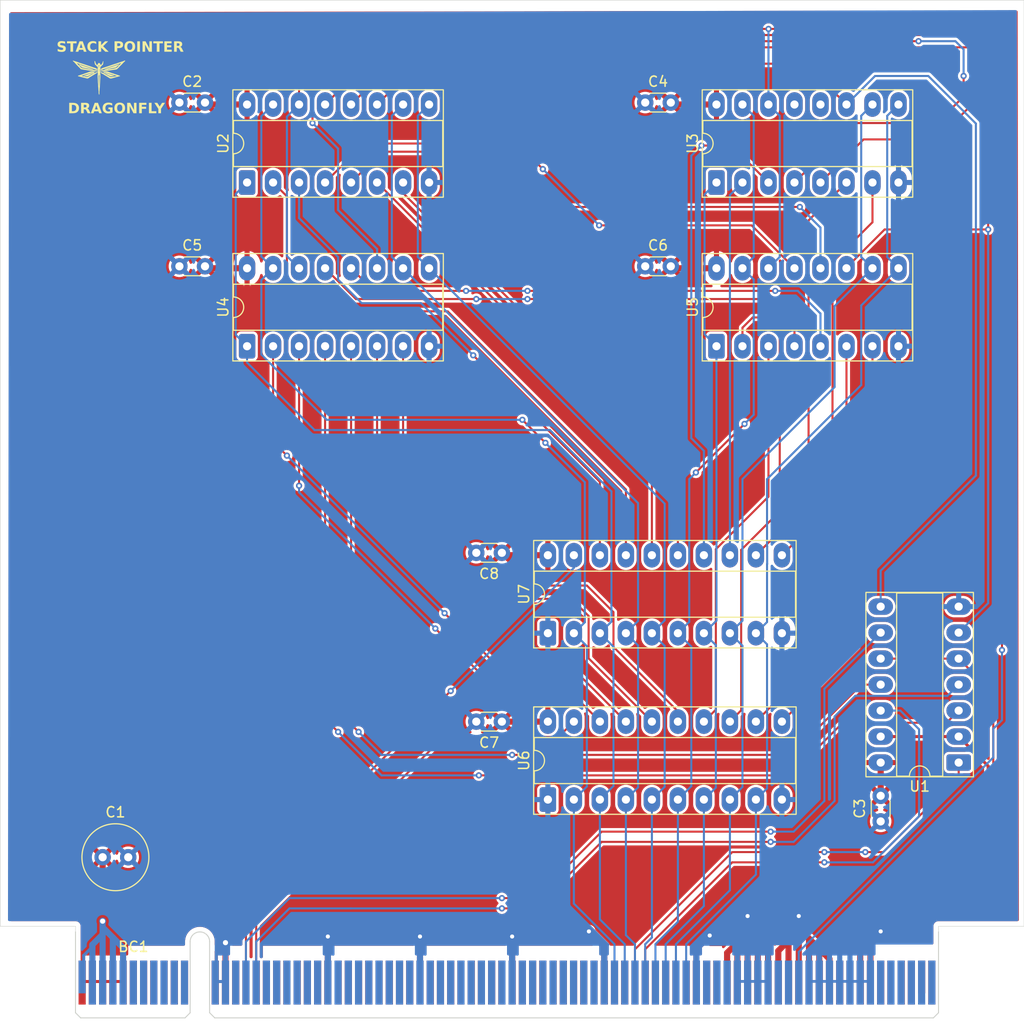
<source format=kicad_pcb>
(kicad_pcb (version 20241229) (generator "pcbnew") (generator_version "9.0")
  (layers (0 "F.Cu" signal) (2 "B.Cu" signal) (13 "F.Paste" user) (15 "B.Paste" user) (5 "F.SilkS" user "F.Silkscreen") (7 "B.SilkS" user "B.Silkscreen") (1 "F.Mask" user) (3 "B.Mask" user) (25 "Edge.Cuts" user))
  (net 0 "")
  (net 1 "VCC")
  (net 2 "GND")
  (net 3 "/~{RSPL}")
  (net 4 "/~{RSPH}")
  (net 5 "/SPINC")
  (net 6 "/RESET")
  (net 7 "/LSPH")
  (net 8 "/PULSE")
  (net 9 "/SPDEC")
  (net 10 "Net-(U2-~{CO})")
  (net 11 "Net-(U2-~{BO})")
  (net 12 "/DH5")
  (net 13 "Net-(U2-DOWN)")
  (net 14 "/DH7")
  (net 15 "Net-(U2-UP)")
  (net 16 "/DH6")
  (net 17 "/DH4")
  (net 18 "/DH3")
  (net 19 "/DH0")
  (net 20 "/DH1")
  (net 23 "Net-(U4-~{CO})")
  (net 24 "/DL7")
  (net 25 "/DL4")
  (net 26 "Net-(U4-~{BO})")
  (net 27 "/DL6")
  (net 28 "/DL3")
  (net 29 "/DL1")
  (net 30 "/DL0")
  (net 31 "/DL2")
  (net 62 "/DATA0")
  (net 63 "/DATA1")
  (net 64 "/DATA2")
  (net 65 "/DATA3")
  (net 66 "/DATA4")
  (net 67 "/DATA5")
  (net 68 "/DATA6")
  (net 69 "/DATA7")
  (net 111 "/~{CLK}")
  (net 112 "/LSPL")
  (net 113 "/Ph")
  (net 114 "/CPd")
  (net 115 "/CPu")
  (net 116 "/Pl")
  (net 117 "/DH2")
  (net 118 "/DL5")
  (footprint "Capacitor_THT:C_Disc_D3.0mm_W1.6mm_P2.50mm" (layer "F.Cu") (at 169.5 44)
    (property "Reference" "C4")
    (property "Value" "C")
  )
  (footprint "Capacitor_THT:C_Disc_D3.0mm_W1.6mm_P2.50mm" (layer "F.Cu") (at 124 60)
    (property "Reference" "C5")
    (property "Value" "C")
  )
  (footprint "Capacitor_THT:C_Disc_D3.0mm_W1.6mm_P2.50mm" (layer "F.Cu") (at 155.5 104.5 180)
    (property "Reference" "C7")
    (property "Value" "C")
  )
  (footprint "Capacitor_THT:C_Radial_D6.3mm_H5.0mm_P2.50mm" (layer "F.Cu") (at 116.5 117.75)
    (property "Reference" "C1")
    (property "Value" "C")
  )
  (footprint "Connector_PCBEdge:BUS_PCIexpress_x16" (layer "F.Cu") (at 114.5 130)
    (property "Reference" "BC1")
    (property "Value" "BusConnector")
    (fp_line (start -0.65 -4.95) (end -0.65 2.95) (stroke (width 0.1)) (layer "Edge.Cuts"))
    (fp_line (start -0.65 2.95) (end -0.15 3.45) (stroke (width 0.1)) (layer "Edge.Cuts"))
    (fp_line (start -0.15 3.45) (end 10.05 3.45) (stroke (width 0.1)) (layer "Edge.Cuts"))
    (fp_line (start 10.55 -4) (end 10.55 2.95) (stroke (width 0.1)) (layer "Edge.Cuts"))
    (fp_line (start 10.55 2.95) (end 10.05 3.45) (stroke (width 0.1)) (layer "Edge.Cuts"))
    (fp_line (start 12.45 -4) (end 12.45 2.95) (stroke (width 0.1)) (layer "Edge.Cuts"))
    (fp_line (start 12.45 2.95) (end 12.95 3.45) (stroke (width 0.1)) (layer "Edge.Cuts"))
    (fp_line (start 12.95 3.45) (end 83.15 3.45) (stroke (width 0.1)) (layer "Edge.Cuts"))
    (fp_line (start 83.65 -4.95) (end 83.65 2.95) (stroke (width 0.1)) (layer "Edge.Cuts"))
    (fp_line (start 83.65 2.95) (end 83.15 3.45) (stroke (width 0.1)) (layer "Edge.Cuts"))
    (fp_arc (start 10.55 -4) (mid 11.5 -4.95) (end 12.45 -4) (stroke (width 0.1)) (layer "Edge.Cuts"))
  )
  (footprint "Capacitor_THT:C_Disc_D3.0mm_W1.6mm_P2.50mm" (layer "F.Cu") (at 155.5 88 180)
    (property "Reference" "C8")
    (property "Value" "C")
  )
  (footprint "Package_DIP:DIP-16_W7.62mm_Socket_LongPads" (layer "F.Cu") (at 176.46 67.81 90)
    (property "Reference" "U5")
    (property "Value" "74HC193")
  )
  (footprint "Package_DIP:DIP-14_W7.62mm_Socket_LongPads" (layer "F.Cu") (at 200.12 108.5 180)
    (property "Reference" "U1")
    (property "Value" "74HC00")
  )
  (footprint "Package_DIP:DIP-20_W7.62mm_Socket_LongPads" (layer "F.Cu") (at 159.992254 95.854777 90)
    (property "Reference" "U7")
    (property "Value" "74HC245")
  )
  (footprint "Capacitor_THT:C_Disc_D3.0mm_W1.6mm_P2.50mm" (layer "F.Cu") (at 169.5 60)
    (property "Reference" "C6")
    (property "Value" "C")
  )
  (footprint "Package_DIP:DIP-20_W7.62mm_Socket_LongPads" (layer "F.Cu") (at 159.992254 112.115735 90)
    (property "Reference" "U6")
    (property "Value" "74HC245")
  )
  (footprint "Capacitor_THT:C_Disc_D3.0mm_W1.6mm_P2.50mm" (layer "F.Cu") (at 124 44)
    (property "Reference" "C2")
    (property "Value" "C")
  )
  (footprint "Package_DIP:DIP-16_W7.62mm_Socket_LongPads" (layer "F.Cu") (at 130.61 51.81 90)
    (property "Reference" "U2")
    (property "Value" "74HC193")
  )
  (footprint "Capacitor_THT:C_Disc_D3.0mm_W1.6mm_P2.50mm" (layer "F.Cu") (at 192.5 114.25 90)
    (property "Reference" "C3")
    (property "Value" "C")
  )
  (footprint "Package_DIP:DIP-16_W7.62mm_Socket_LongPads" (layer "F.Cu") (at 176.46 51.81 90)
    (property "Reference" "U3")
    (property "Value" "74HC193")
  )
  (footprint "Package_DIP:DIP-16_W7.62mm_Socket_LongPads" (layer "F.Cu") (at 130.61 67.81 90)
    (property "Reference" "U4")
    (property "Value" "74HC193")
  )
  (gr_poly (pts (xy 115.69452 41.083772) (xy 115.654832 41.083772) (xy 115.654832 41.11023) (xy 115.641681 41.105812) (xy 115.636258 41.103923) (xy 115.631475 41.102169) (xy 115.627234 41.100493) (xy 115.623439 41.098836) (xy 115.619993 41.09714) (xy 115.616798 41.095348) (xy 115.613759 41.0934) (xy 115.610778 41.09124) (xy 115.607758 41.088808) (xy 115.604603 41.086046) (xy 115.601215 41.082897) (xy 115.597497 41.079302) (xy 115.588686 41.070543) (xy 115.640776 41.055247) (xy 115.657752 41.050544) (xy 115.670542 41.047392) (xy 115.680541 41.04548) (xy 115.689146 41.044498) (xy 115.69775 41.044136) (xy 115.707749 41.044085)) (fill yes) (layer "F.SilkS"))
  (gr_poly (pts (xy 115.513903 40.951369) (xy 115.546232 40.953183) (xy 115.579191 40.956023) (xy 115.612879 40.959872) (xy 115.647391 40.96471) (xy 115.697776 40.972151) (xy 115.734207 40.977939) (xy 115.734207 41.004397) (xy 115.711854 41.009419) (xy 115.608763 41.033484) (xy 115.557606 41.046151) (xy 115.506678 41.059414) (xy 115.455954 41.073404) (xy 115.405411 41.08825) (xy 115.355027 41.104082) (xy 115.304776 41.121031) (xy 115.286656 41.126957) (xy 115.268515 41.132639) (xy 115.232137 41.14338) (xy 115.195568 41.153476) (xy 115.158739 41.163147) (xy 115.126867 41.171628) (xy 115.095211 41.180515) (xy 115.063731 41.189773) (xy 115.032386 41.199367) (xy 114.969937 41.219423) (xy 114.907539 41.240404) (xy 114.887673 41.246822) (xy 114.867766 41.252988) (xy 114.827824 41.264689) (xy 114.787704 41.275772) (xy 114.747394 41.286499) (xy 114.733515 41.290539) (xy 114.71977 41.29481) (xy 114.706135 41.299291) (xy 114.692583 41.303963) (xy 114.679091 41.308806) (xy 114.665633 41.313801) (xy 114.638719 41.324171) (xy 114.615474 41.332779) (xy 114.592128 41.34111) (xy 114.545208 41.357138) (xy 114.450978 41.388043) (xy 114.450978 41.401272) (xy 114.480894 41.407227) (xy 114.510516 41.412778) (xy 114.53997 41.41775) (xy 114.569381 41.421966) (xy 114.598875 41.425248) (xy 114.628577 41.427421) (xy 114.643544 41.428036) (xy 114.658611 41.428307) (xy 114.673792 41.428213) (xy 114.689103 41.427731) (xy 114.675874 41.374814) (xy 114.704388 41.363035) (xy 114.732909 41.351633) (xy 114.76149 41.340641) (xy 114.790183 41.330089) (xy 114.81904 41.320008) (xy 114.848115 41.31043) (xy 114.877459 41.301386) (xy 114.907126 41.292907) (xy 114.918883 41.289325) (xy 114.928215 41.286407) (xy 114.936013 41.283809) (xy 114.943169 41.281187) (xy 114.950573 41.2782) (xy 114.959118 41.274502) (xy 114.983194 41.263603) (xy 115.000468 41.256315) (xy 115.017803 41.249333) (xy 115.035206 41.242624) (xy 115.052682 41.236155) (xy 115.070237 41.229894) (xy 115.087879 41.223808) (xy 115.123444 41.212033) (xy 115.14871 41.203835) (xy 115.229018 41.17803) (xy 115.256605 41.169162) (xy 115.482709 41.096852) (xy 115.554214 41.074621) (xy 115.60507 41.059719) (xy 115.640565 41.050681) (xy 115.665986 41.046039) (xy 115.686618 41.044329) (xy 115.707749 41.044085) (xy 115.69452 41.083772) (xy 115.654832 41.083772) (xy 115.647391 41.108577) (xy 115.645169 41.11178) (xy 115.642968 41.114791) (xy 115.640783 41.117616) (xy 115.63861 41.120265) (xy 115.636444 41.122743) (xy 115.634282 41.125061) (xy 115.632117 41.127225) (xy 115.629946 41.129243) (xy 115.627764 41.131123) (xy 115.625567 41.132872) (xy 115.62335 41.1345) (xy 115.621109 41.136013) (xy 115.618838 41.13742) (xy 115.616534 41.138728) (xy 115.614191 41.139946) (xy 115.611807 41.14108) (xy 115.606891 41.143132) (xy 115.601749 41.144946) (xy 115.596347 41.146585) (xy 115.590646 41.148113) (xy 115.56414 41.154362) (xy 115.555523 41.157173) (xy 115.54704 41.160211) (xy 115.538681 41.16346) (xy 115.530432 41.166904) (xy 115.522282 41.170525) (xy 115.514218 41.174306) (xy 115.498299 41.182284) (xy 115.482578 41.190702) (xy 115.466956 41.199426) (xy 115.435621 41.217252) (xy 115.384884 41.245056) (xy 115.333856 41.2723) (xy 115.231357 41.32598) (xy 115.20039 41.342206) (xy 115.169574 41.358226) (xy 115.153993 41.366787) (xy 115.138525 41.375554) (xy 115.123171 41.38452) (xy 115.107931 41.393676) (xy 115.096163 41.400678) (xy 115.084864 41.407155) (xy 115.073945 41.413102) (xy 115.063317 41.418511) (xy 115.052893 41.423378) (xy 115.042585 41.427696) (xy 115.032303 41.431458) (xy 115.021959 41.434659) (xy 115.011466 41.437292) (xy 115.000735 41.439351) (xy 114.989677 41.44083) (xy 114.978205 41.441723) (xy 114.966229 41.442023) (xy 114.953662 41.441724) (xy 114.940416 41.440821) (xy 114.926401 41.439306) (xy 114.878704 41.43388) (xy 114.834624 41.427731) (xy 114.799226 41.423648) (xy 114.781595 41.421535) (xy 114.763981 41.419287) (xy 114.728791 41.414501) (xy 114.715562 41.467418) (xy 114.766825 41.472379) (xy 114.788271 41.474917) (xy 114.809549 41.47789) (xy 114.830695 41.481266) (xy 114.851744 41.485013) (xy 114.872734 41.489099) (xy 114.8937 41.493492) (xy 114.914677 41.498162) (xy 114.935703 41.503075) (xy 114.946012 41.504217) (xy 114.955844 41.504916) (xy 114.965252 41.505168) (xy 114.974287 41.504975) (xy 114.983002 41.504333) (xy 114.991449 41.503243) (xy 114.999682 41.501703) (xy 115.007752 41.499712) (xy 115.015711 41.497269) (xy 115.023613 41.494373) (xy 115.03151 41.491022) (xy 115.039454 41.487217) (xy 115.047497 41.482954) (xy 115.055693 41.478235) (xy 115.064092 41.473056) (xy 115.072749 41.467418) (xy 115.112437 41.467418) (xy 115.112437 41.44096) (xy 115.176102 41.406233) (xy 115.216513 41.384167) (xy 115.294441 41.341896) (xy 115.340927 41.316496) (xy 115.387125 41.29069) (xy 115.43305 41.264403) (xy 115.478719 41.237561) (xy 115.535416 41.205176) (xy 115.592784 41.174024) (xy 115.65073 41.143953) (xy 115.709161 41.114807) (xy 115.767984 41.086433) (xy 115.827106 41.058676) (xy 115.945874 41.004397) (xy 115.951882 41.026913) (xy 115.954243 41.036169) (xy 115.956174 41.044296) (xy 115.957676 41.051449) (xy 115.958749 41.057784) (xy 115.959393 41.063456) (xy 115.959607 41.06862) (xy 115.959393 41.07343) (xy 115.958749 41.078042) (xy 115.957676 41.08261) (xy 115.956174 41.087291) (xy 115.954243 41.092238) (xy 115.951882 41.097607) (xy 115.945874 41.11023) (xy 115.930621 41.119354) (xy 115.923407 41.123488) (xy 115.916393 41.127333) (xy 115.90952 41.130885) (xy 115.90273 41.134143) (xy 115.895967 41.137103) (xy 115.889174 41.139764) (xy 115.882291 41.142122) (xy 115.875263 41.144174) (xy 115.868031 41.145918) (xy 115.860539 41.14735) (xy 115.852728 41.14847) (xy 115.844542 41.149272) (xy 115.835922 41.149756) (xy 115.826811 41.149918) (xy 115.826811 41.176376) (xy 115.803598 41.193843) (xy 115.794018 41.20091) (xy 115.785555 41.206969) (xy 115.778037 41.212098) (xy 115.771288 41.216374) (xy 115.765134 41.219875) (xy 115.759401 41.222678) (xy 115.753914 41.224862) (xy 115.748499 41.226503) (xy 115.742981 41.227678) (xy 115.737186 41.228466) (xy 115.73094 41.228944) (xy 115.724068 41.22919) (xy 115.707749 41.229293) (xy 115.707749 41.255751) (xy 115.684753 41.267534) (xy 115.648061 41.287335) (xy 115.611797 41.307706) (xy 115.575901 41.328598) (xy 115.540315 41.34996) (xy 115.504977 41.371742) (xy 115.469831 41.393895) (xy 115.399871 41.439112) (xy 115.379487 41.452085) (xy 115.359381 41.46438) (xy 115.339318 41.475933) (xy 115.32923 41.481412) (xy 115.319065 41.486681) (xy 115.308795 41.491733) (xy 115.29839 41.496559) (xy 115.287821 41.501152) (xy 115.277059 41.505503) (xy 115.266075 41.509605) (xy 115.25484 41.51345) (xy 115.243324 41.517029) (xy 115.231499 41.520335) (xy 115.231499 41.546793) (xy 115.20778 41.559867) (xy 115.176102 41.577386) (xy 115.142977 41.595524) (xy 115.132366 41.601359) (xy 115.123985 41.606046) (xy 115.11707 41.610078) (xy 115.110855 41.613951) (xy 115.104577 41.618159) (xy 115.09747 41.623197) (xy 115.088769 41.629561) (xy 115.07771 41.637744) (xy 115.070827 41.640726) (xy 115.063746 41.643263) (xy 115.056478 41.645375) (xy 115.049037 41.647082) (xy 115.041436 41.648401) (xy 115.033687 41.649353) (xy 115.017797 41.650234) (xy 115.001469 41.649879) (xy 114.984806 41.648443) (xy 114.967911 41.646082) (xy 114.950884 41.642951) (xy 114.933828 41.639205) (xy 114.916846 41.634999) (xy 114.883512 41.625829) (xy 114.851698 41.616684) (xy 114.822222 41.608805) (xy 114.784873 41.599781) (xy 114.710219 41.581629) (xy 114.622286 41.560384) (xy 114.489349 41.527479) (xy 114.356493 41.492862) (xy 114.290311 41.474599) (xy 114.224409 41.455534) (xy 114.158874 41.435543) (xy 114.093791 41.414501) (xy 114.093791 41.388043) (xy 114.123295 41.374205) (xy 114.152908 41.361259) (xy 114.182674 41.349113) (xy 114.212633 41.337678) (xy 114.242831 41.326864) (xy 114.273308 41.316581) (xy 114.304108 41.306739) (xy 114.335275 41.297248) (xy 114.378822 41.283811) (xy 114.422242 41.270025) (xy 114.508856 41.241695) (xy 114.538877 41.231857) (xy 114.571084 41.220891) (xy 114.587008 41.215235) (xy 114.60284 41.20942) (xy 114.618599 41.203409) (xy 114.634306 41.19717) (xy 114.64998 41.190668) (xy 114.665642 41.183869) (xy 114.681307 41.177202) (xy 114.697046 41.170974) (xy 114.712865 41.165125) (xy 114.728771 41.159591) (xy 114.744769 41.154311) (xy 114.760867 41.149224) (xy 114.793386 41.139376) (xy 114.819017 41.131534) (xy 114.844511 41.123449) (xy 114.895174 41.106587) (xy 114.945533 41.088859) (xy 114.995751 41.070336) (xy 115.052854 41.049149) (xy 115.096301 41.032919) (xy 115.139638 41.016399) (xy 115.172006 41.004454) (xy 115.203835 40.993757) (xy 115.235222 40.984289) (xy 115.266265 40.976033) (xy 115.297061 40.968969) (xy 115.327707 40.96308) (xy 115.358301 40.958346) (xy 115.388941 40.95475) (xy 115.419723 40.952273) (xy 115.450746 40.950896) (xy 115.482107 40.950601)) (fill yes) (layer "F.SilkS"))
  (gr_poly (pts (xy 118.102228 40.303251) (xy 118.07577 40.303251) (xy 118.07577 40.32971) (xy 118.062744 40.343033) (xy 118.057813 40.347928) (xy 118.053148 40.352383) (xy 118.048159 40.356949) (xy 118.042254 40.362179) (xy 118.025334 40.376839) (xy 117.996963 40.401695) (xy 117.987965 40.408527) (xy 117.984171 40.411342) (xy 117.980718 40.413822) (xy 117.977507 40.416017) (xy 117.974442 40.417978) (xy 117.971423 40.419752) (xy 117.968354 40.42139) (xy 117.965136 40.422942) (xy 117.961672 40.424456) (xy 117.957865 40.425983) (xy 117.953615 40.427573) (xy 117.948827 40.429274) (xy 117.943402 40.431136) (xy 117.930249 40.435543) (xy 117.930249 40.462001) (xy 117.903791 40.462001) (xy 117.903791 40.48846) (xy 117.877332 40.48846) (xy 117.877332 40.514918) (xy 117.850874 40.514918) (xy 117.850874 40.541377) (xy 117.842418 40.547292) (xy 117.834063 40.552783) (xy 117.825779 40.557873) (xy 117.817535 40.562581) (xy 117.809302 40.566929) (xy 117.801049 40.570939) (xy 117.792746 40.574631) (xy 117.784364 40.578028) (xy 117.775871 40.581149) (xy 117.76724 40.584017) (xy 117.758438 40.586652) (xy 117.749436 40.589076) (xy 117.740205 40.59131) (xy 117.730714 40.593375) (xy 117.720932 40.595292) (xy 117.710831 40.597084) (xy 117.667326 40.604722) (xy 117.621017 40.612483) (xy 117.520108 40.630729) (xy 117.419547 40.650157) (xy 117.319257 40.670925) (xy 117.219162 40.693195) (xy 117.183731 40.701212) (xy 117.153042 40.708333) (xy 117.14095 40.710156) (xy 117.128983 40.711547) (xy 117.117093 40.712553) (xy 117.105232 40.713217) (xy 117.093353 40.713584) (xy 117.081407 40.7137) (xy 117.069346 40.713609) (xy 117.057124 40.713356) (xy 117.057124 40.739814) (xy 117.02648 40.741778) (xy 116.983759 40.745024) (xy 116.941165 40.748764) (xy 116.856249 40.757579) (xy 116.771505 40.767924) (xy 116.686707 40.779501) (xy 116.686707 40.753043) (xy 116.756074 40.724503) (xy 116.825854 40.697141) (xy 116.895987 40.67077) (xy 116.96641 40.645201) (xy 117.107881 40.595712) (xy 117.249774 40.547164) (xy 117.442475 40.480967) (xy 117.488528 40.465161) (xy 117.62627 40.417323) (xy 117.694987 40.392978) (xy 117.763583 40.368267) (xy 117.780094 40.362561) (xy 117.796648 40.357038) (xy 117.829877 40.34645) (xy 117.863254 40.336331) (xy 117.896763 40.326506) (xy 117.945072 40.311552) (xy 117.993156 40.295889) (xy 118.088999 40.263564)) (fill yes) (layer "F.SilkS"))
  (gr_poly (pts (xy 116.276603 41.268981) (xy 116.236915 41.268981) (xy 116.223686 41.242522) (xy 116.231076 41.221955) (xy 116.233802 41.214617) (xy 116.236296 41.208209) (xy 116.238866 41.201956) (xy 116.241825 41.195083) (xy 116.250145 41.176376) (xy 116.276603 41.176376)) (fill yes) (layer "F.SilkS"))
  (gr_poly (pts (xy 116.149138 40.387549) (xy 116.153563 40.392265) (xy 116.15762 40.396816) (xy 116.161345 40.401246) (xy 116.164775 40.405597) (xy 116.167944 40.409912) (xy 116.170889 40.414232) (xy 116.173644 40.418601) (xy 116.176246 40.42306) (xy 116.178729 40.427654) (xy 116.181131 40.432423) (xy 116.183485 40.437411) (xy 116.185828 40.44266) (xy 116.188196 40.448213) (xy 116.193146 40.460399) (xy 116.205367 40.490708) (xy 116.217899 40.522359) (xy 116.242755 40.584423) (xy 116.253791 40.612254) (xy 116.256475 40.619469) (xy 116.257617 40.622439) (xy 116.258672 40.625052) (xy 116.259671 40.627359) (xy 116.260649 40.629412) (xy 116.261639 40.631262) (xy 116.262675 40.632959) (xy 116.263789 40.634556) (xy 116.265016 40.636103) (xy 116.266388 40.637652) (xy 116.267939 40.639253) (xy 116.269703 40.640958) (xy 116.271712 40.642819) (xy 116.276603 40.64721) (xy 116.277698 40.670859) (xy 116.278498 40.694435) (xy 116.279023 40.718014) (xy 116.27929 40.741674) (xy 116.279519 40.770506) (xy 116.279781 40.831094) (xy 116.28015 40.877258) (xy 116.280737 40.92342) (xy 116.280944 40.98228) (xy 116.281439 41.010056) (xy 116.281267 41.020704) (xy 116.280836 41.030848) (xy 116.280129 41.040542) (xy 116.279125 41.04984) (xy 116.277805 41.058794) (xy 116.276151 41.067458) (xy 116.274141 41.075886) (xy 116.271758 41.084132) (xy 116.268982 41.092247) (xy 116.265793 41.100287) (xy 116.262172 41.108304) (xy 116.258101 41.116351) (xy 116.253558 41.124483) (xy 116.248526 41.132752) (xy 116.242985 41.141213) (xy 116.236915 41.149918) (xy 116.231112 41.162428) (xy 116.225446 41.175001) (xy 116.219933 41.187641) (xy 116.214591 41.200354) (xy 116.197228 41.242522) (xy 116.223686 41.255751) (xy 116.183999 41.255751) (xy 116.174077 41.294612) (xy 116.157541 41.335126) (xy 116.148213 41.33895) (xy 116.140901 41.341844) (xy 116.137807 41.342991) (xy 116.134984 41.343963) (xy 116.132355 41.34478) (xy 116.129842 41.345462) (xy 116.127368 41.346027) (xy 116.124855 41.346495) (xy 116.122226 41.346886) (xy 116.119404 41.347219) (xy 116.112866 41.347787) (xy 116.104624 41.348355) (xy 116.099663 41.32107) (xy 116.094557 41.297574) (xy 116.089227 41.274782) (xy 116.083414 41.252586) (xy 116.080244 41.241678) (xy 116.076856 41.230879) (xy 116.073216 41.220174) (xy 116.069293 41.209551) (xy 116.065053 41.198996) (xy 116.060463 41.188495) (xy 116.055492 41.178035) (xy 116.050106 41.167603) (xy 116.044274 41.157184) (xy 116.037961 41.146766) (xy 116.031161 41.132271) (xy 116.025312 41.117631) (xy 116.020344 41.102854) (xy 116.016188 41.087948) (xy 116.012775 41.072923) (xy 116.010034 41.057787) (xy 116.007898 41.042548) (xy 116.006296 41.027215) (xy 116.005159 41.011796) (xy 116.004418 40.9963) (xy 116.003845 40.965112) (xy 116.004394 40.902188) (xy 116.004422 40.880979) (xy 116.004266 40.859782) (xy 116.003622 40.81738) (xy 116.003717 40.796789) (xy 116.004255 40.776854) (xy 116.005216 40.75857) (xy 116.129546 40.75857) (xy 116.12979 40.785393) (xy 116.12992 40.828542) (xy 116.130255 40.873759) (xy 116.130436 40.919286) (xy 116.131082 41.030856) (xy 116.157541 41.044085) (xy 116.161922 41.019791) (xy 116.165436 40.995681) (xy 116.168172 40.971679) (xy 116.170217 40.947707) (xy 116.17166 40.923691) (xy 116.172588 40.899553) (xy 116.173089 40.875217) (xy 116.17325 40.850608) (xy 116.173741 40.820532) (xy 116.173699 40.801938) (xy 116.173257 40.784231) (xy 116.172786 40.775656) (xy 116.172096 40.767237) (xy 116.171146 40.758954) (xy 116.169896 40.750783) (xy 116.168306 40.742705) (xy 116.166337 40.734696) (xy 116.163948 40.726735) (xy 116.1611 40.718801) (xy 116.157752 40.710872) (xy 116.153865 40.702926) (xy 116.149398 40.694942) (xy 116.144311 40.686897) (xy 116.141302 40.693268) (xy 116.138723 40.699458) (xy 116.136544 40.705498) (xy 116.134732 40.711422) (xy 116.133254 40.717263) (xy 116.132078 40.723053) (xy 116.131171 40.728825) (xy 116.130502 40.734613) (xy 116.130037 40.740448) (xy 116.129744 40.746365) (xy 116.129546 40.75857) (xy 116.005216 40.75857) (xy 116.005272 40.757507) (xy 116.006802 40.738679) (xy 116.008882 40.720301) (xy 116.011546 40.702304) (xy 116.014831 40.68462) (xy 116.018772 40.667179) (xy 116.023404 40.649912) (xy 116.028763 40.632751) (xy 116.034884 40.615627) (xy 116.041803 40.59847) (xy 116.049555 40.581213) (xy 116.058176 40.563786) (xy 116.067701 40.546121) (xy 116.078166 40.528147) (xy 116.08401 40.513573) (xy 116.089685 40.498931) (xy 116.095181 40.48422) (xy 116.10049 40.469443) (xy 116.106273 40.453809) (xy 116.110941 40.441576) (xy 116.113018 40.436417) (xy 116.115009 40.431727) (xy 116.116978 40.427378) (xy 116.11899 40.423244) (xy 116.121108 40.419197) (xy 116.123397 40.41511) (xy 116.125921 40.410856) (xy 116.128744 40.406307) (xy 116.135544 40.395818) (xy 116.144311 40.382626)) (fill yes) (layer "F.SilkS"))
  (gr_poly (pts (xy 116.461811 40.223876) (xy 116.435353 40.250335) (xy 116.448582 40.276793) (xy 116.432149 40.289893) (xy 116.419437 40.299737) (xy 116.414185 40.303584) (xy 116.409515 40.306791) (xy 116.40531 40.309417) (xy 116.401453 40.31152) (xy 116.39783 40.313157) (xy 116.394322 40.314388) (xy 116.390815 40.315269) (xy 116.387191 40.31586) (xy 116.383334 40.316219) (xy 116.379129 40.316403) (xy 116.369207 40.316481) (xy 116.355978 40.356168) (xy 116.342749 40.32971) (xy 116.355978 40.303251) (xy 116.382437 40.303251) (xy 116.392358 40.273486) (xy 116.395715 40.266362) (xy 116.39914 40.259607) (xy 116.402647 40.253187) (xy 116.406249 40.247065) (xy 116.40996 40.241208) (xy 116.413792 40.23558) (xy 116.417761 40.230147) (xy 116.421878 40.224872) (xy 116.426159 40.219721) (xy 116.430615 40.214659) (xy 116.435262 40.20965) (xy 116.440111 40.204661) (xy 116.445177 40.199655) (xy 116.450474 40.194598) (xy 116.461811 40.184189)) (fill yes) (layer "F.SilkS"))
  (gr_poly (pts (xy 116.854402 40.947273) (xy 116.879168 40.948775) (xy 116.903545 40.951323) (xy 116.927583 40.954838) (xy 116.951336 40.959242) (xy 116.974853 40.964458) (xy 116.998188 40.970406) (xy 117.02139 40.977008) (xy 117.044513 40.984187) (xy 117.090725 40.999962) (xy 117.184455 41.03499) (xy 117.312302 41.081964) (xy 117.343063 41.093333) (xy 117.367876 41.102227) (xy 117.392721 41.110749) (xy 117.417623 41.118916) (xy 117.442603 41.126745) (xy 117.467684 41.134252) (xy 117.492889 41.141455) (xy 117.51824 41.148369) (xy 117.543761 41.155011) (xy 117.559523 41.159732) (xy 117.575028 41.164996) (xy 117.590329 41.170711) (xy 117.60548 41.176786) (xy 117.620535 41.183129) (xy 117.635549 41.189645) (xy 117.665666 41.202835) (xy 117.722502 41.221671) (xy 117.779527 41.239931) (xy 117.893817 41.275698) (xy 117.973253 41.301655) (xy 118.051963 41.32901) (xy 118.130161 41.357795) (xy 118.208061 41.388043) (xy 118.208061 41.414501) (xy 118.176038 41.422957) (xy 118.026987 41.462457) (xy 117.999656 41.469716) (xy 117.829921 41.51558) (xy 117.745241 41.539167) (xy 117.660705 41.56333) (xy 117.538166 41.598119) (xy 117.476737 41.614911) (xy 117.415138 41.631129) (xy 117.365994 41.643841) (xy 117.347321 41.647183) (xy 117.329818 41.649557) (xy 117.313349 41.650974) (xy 117.297775 41.651445) (xy 117.282959 41.650981) (xy 117.268765 41.649593) (xy 117.255053 41.647292) (xy 117.241687 41.644089) (xy 117.22853 41.639995) (xy 117.215443 41.635021) (xy 117.20229 41.629178) (xy 117.188932 41.622476) (xy 117.175233 41.614927) (xy 117.161055 41.606542) (xy 117.130711 41.587307) (xy 117.066839 41.546948) (xy 117.034825 41.526504) (xy 117.001983 41.505962) (xy 116.968951 41.485747) (xy 116.902508 41.445921) (xy 116.854656 41.417292) (xy 116.830691 41.402965) (xy 116.750269 41.35466) (xy 116.722658 41.338053) (xy 116.670109 41.306414) (xy 116.643982 41.290719) (xy 116.634487 41.285114) (xy 116.625977 41.280211) (xy 116.617407 41.275417) (xy 116.60773 41.270138) (xy 116.580874 41.255751) (xy 116.580874 41.229293) (xy 116.560358 41.225676) (xy 116.551878 41.223051) (xy 116.543509 41.220248) (xy 116.535243 41.217278) (xy 116.527069 41.214151) (xy 116.510963 41.207467) (xy 116.495119 41.200278) (xy 116.479461 41.192666) (xy 116.463917 41.184712) (xy 116.432873 41.168108) (xy 116.407164 41.155344) (xy 116.399009 41.150864) (xy 116.392393 41.147111) (xy 116.389427 41.145341) (xy 116.386562 41.143554) (xy 116.383705 41.141685) (xy 116.38076 41.139667) (xy 116.377634 41.137434) (xy 116.374233 41.134919) (xy 116.366225 41.128783) (xy 116.355982 41.12073) (xy 116.342749 41.11023) (xy 116.338705 41.09367) (xy 116.335653 41.080704) (xy 116.33344 41.070248) (xy 116.332599 41.065621) (xy 116.33191 41.061215) (xy 116.331353 41.056894) (xy 116.330908 41.052523) (xy 116.330279 41.043083) (xy 116.329868 41.031813) (xy 116.32952 41.017626) (xy 116.336892 41.017695) (xy 116.343752 41.017907) (xy 116.350163 41.018271) (xy 116.356192 41.018793) (xy 116.361903 41.019483) (xy 116.367363 41.020348) (xy 116.372636 41.021397) (xy 116.377788 41.022637) (xy 116.382885 41.024076) (xy 116.387991 41.025723) (xy 116.393171 41.027586) (xy 116.398492 41.029672) (xy 116.409816 41.034548) (xy 116.422486 41.040416) (xy 116.454011 41.05526) (xy 116.487443 41.07137) (xy 116.521727 41.087738) (xy 116.550241 41.101729) (xy 116.578487 41.116006) (xy 116.606495 41.130584) (xy 116.634295 41.145476) (xy 116.661917 41.160696) (xy 116.689391 41.176259) (xy 116.716748 41.192178) (xy 116.744017 41.208467) (xy 116.764486 41.22029) (xy 116.785131 41.231745) (xy 116.805931 41.242879) (xy 116.826868 41.253742) (xy 116.869076 41.274844) (xy 116.911603 41.295439) (xy 116.911603 41.321897) (xy 116.946898 41.325825) (xy 116.955564 41.327764) (xy 116.963801 41.329833) (xy 116.971658 41.332042) (xy 116.979183 41.334402) (xy 116.986424 41.336923) (xy 116.99343 41.339613) (xy 117.00025 41.342485) (xy 117.006933 41.345547) (xy 117.013526 41.34881) (xy 117.020078 41.352284) (xy 117.026639 41.355978) (xy 117.033255 41.359904) (xy 117.046853 41.36849) (xy 117.061258 41.378121) (xy 117.095762 41.400802) (xy 117.130412 41.423093) (xy 117.147857 41.434035) (xy 117.165418 41.444809) (xy 117.18312 41.455394) (xy 117.200991 41.465764) (xy 117.228173 41.481371) (xy 117.240285 41.486571) (xy 117.252093 41.490982) (xy 117.263646 41.494641) (xy 117.274996 41.497589) (xy 117.286192 41.499863) (xy 117.297286 41.501502) (xy 117.308327 41.502545) (xy 117.319367 41.503031) (xy 117.330456 41.502998) (xy 117.341644 41.502486) (xy 117.352982 41.501532) (xy 117.364521 41.500175) (xy 117.37631 41.498455) (xy 117.388402 41.49641) (xy 117.413691 41.491499) (xy 117.440136 41.486199) (xy 117.481809 41.477706) (xy 117.523452 41.469072) (xy 117.652864 41.442713) (xy 117.696089 41.434311) (xy 117.730108 41.428242) (xy 117.75876 41.423866) (xy 117.78588 41.420543) (xy 117.850874 41.414501) (xy 117.850874 41.374814) (xy 117.805399 41.365719) (xy 117.781808 41.360307) (xy 117.758315 41.354604) (xy 117.71156 41.342455) (xy 117.66501 41.329535) (xy 117.618537 41.316109) (xy 117.590169 41.307883) (xy 117.555877 41.297464) (xy 117.521877 41.286501) (xy 117.504967 41.280771) (xy 117.488109 41.27485) (xy 117.471294 41.268721) (xy 117.454516 41.262366) (xy 117.433168 41.254456) (xy 117.411726 41.247007) (xy 117.390192 41.23996) (xy 117.368566 41.233252) (xy 117.346852 41.226825) (xy 117.325051 41.220618) (xy 117.281193 41.208623) (xy 117.22037 41.192034) (xy 117.190733 41.183973) (xy 117.145723 41.171471) (xy 117.100828 41.158615) (xy 117.056036 41.145403) (xy 117.011339 41.131831) (xy 116.915284 41.103059) (xy 116.819004 41.075964) (xy 116.770692 41.063115) (xy 116.722218 41.05077) (xy 116.673547 41.038957) (xy 116.624644 41.027703) (xy 116.598719 41.021671) (xy 116.589467 41.019389) (xy 116.581384 41.017232) (xy 116.573493 41.014928) (xy 116.564815 41.012203) (xy 116.541186 41.004397) (xy 116.541186 40.977939) (xy 116.592024 40.971233) (xy 116.642886 40.96471) (xy 116.671023 40.960886) (xy 116.704099 40.95714) (xy 116.737218 40.953911) (xy 116.803496 40.947718) (xy 116.829195 40.946895)) (fill yes) (layer "F.SilkS"))
  (gr_poly (pts (xy 116.686707 41.070543) (xy 116.673478 41.11023) (xy 116.665626 41.108771) (xy 116.65826 41.107172) (xy 116.651335 41.105412) (xy 116.644806 41.103468) (xy 116.638627 41.101315) (xy 116.632754 41.098932) (xy 116.627141 41.096294) (xy 116.621743 41.09338) (xy 116.616514 41.090165) (xy 116.61141 41.086627) (xy 116.606386 41.082742) (xy 116.601396 41.078488) (xy 116.596395 41.073841) (xy 116.591337 41.068779) (xy 116.586179 41.063277) (xy 116.580874 41.057314) (xy 116.594103 41.044085)) (fill yes) (layer "F.SilkS"))
  (gr_poly (pts (xy 114.228579 40.2825) (xy 114.257502 40.288369) (xy 114.290058 40.29488) (xy 114.299559 40.297695) (xy 114.303505 40.298936) (xy 114.307022 40.300133) (xy 114.310191 40.301339) (xy 114.313092 40.302603) (xy 114.315807 40.303977) (xy 114.318415 40.305512) (xy 114.320998 40.307259) (xy 114.323636 40.30927) (xy 114.326411 40.311594) (xy 114.329401 40.314283) (xy 114.33269 40.317388) (xy 114.336356 40.32096) (xy 114.345145 40.32971) (xy 114.319513 40.333844) (xy 114.292228 40.342939) (xy 114.278999 40.382626) (xy 114.259103 40.363664) (xy 114.239312 40.344593) (xy 114.216987 40.323199) (xy 114.211256 40.316563) (xy 114.208937 40.313776) (xy 114.206949 40.311253) (xy 114.205266 40.308926) (xy 114.204531 40.307814) (xy 114.203863 40.306726) (xy 114.203259 40.305653) (xy 114.202714 40.304586) (xy 114.202227 40.303517) (xy 114.201795 40.302438) (xy 114.201413 40.301339) (xy 114.201078 40.300213) (xy 114.200788 40.299051) (xy 114.20054 40.297844) (xy 114.200329 40.296584) (xy 114.200154 40.295263) (xy 114.199895 40.292401) (xy 114.199739 40.289191) (xy 114.199658 40.285565) (xy 114.199624 40.276793)) (fill yes) (layer "F.SilkS"))
  (gr_poly (pts (xy 115.547358 41.086279) (xy 115.55103 41.086608) (xy 115.555079 41.087147) (xy 115.564709 41.088733) (xy 115.588686 41.097001) (xy 115.562228 41.11023) (xy 115.588686 41.136689) (xy 115.56998 41.148936) (xy 115.563107 41.153316) (xy 115.556854 41.157153) (xy 115.550446 41.160912) (xy 115.543108 41.165059) (xy 115.522541 41.176376) (xy 115.496082 41.163147) (xy 115.496082 41.11023) (xy 115.509239 41.101507) (xy 115.514673 41.097997) (xy 115.519479 41.095012) (xy 115.523757 41.092521) (xy 115.527607 41.090493) (xy 115.53113 41.088897) (xy 115.534426 41.0877) (xy 115.536021 41.087241) (xy 115.537597 41.086871) (xy 115.539166 41.086585) (xy 115.540742 41.086379) (xy 115.543962 41.086192)) (fill yes) (layer "F.SilkS"))
  (gr_poly (pts (xy 118.697541 39.932835) (xy 118.671082 39.972522) (xy 118.644624 39.972522) (xy 118.644624 39.998981) (xy 118.618165 39.998981) (xy 118.618165 40.025439) (xy 118.59845 40.042128) (xy 118.578647 40.058715) (xy 118.55876 40.0752) (xy 118.53879 40.091585) (xy 118.525561 40.118043) (xy 118.499103 40.118043) (xy 118.488328 40.141914) (xy 118.485379 40.147255) (xy 118.482421 40.152366) (xy 118.479443 40.15727) (xy 118.476433 40.16199) (xy 118.473378 40.166547) (xy 118.470267 40.170965) (xy 118.467087 40.175265) (xy 118.463826 40.17947) (xy 118.460472 40.183601) (xy 118.457012 40.187682) (xy 118.453436 40.191735) (xy 118.44973 40.195781) (xy 118.441882 40.203945) (xy 118.43337 40.212353) (xy 118.410478 40.234806) (xy 118.386655 40.257776) (xy 118.363275 40.280516) (xy 118.33994 40.303303) (xy 118.319036 40.323486) (xy 118.311942 40.330663) (xy 118.308981 40.333712) (xy 118.306323 40.336516) (xy 118.303904 40.339163) (xy 118.301657 40.341738) (xy 118.299516 40.344328) (xy 118.297416 40.34702) (xy 118.295291 40.349901) (xy 118.293076 40.353057) (xy 118.290705 40.356575) (xy 118.288112 40.360542) (xy 118.281997 40.370167) (xy 118.274207 40.382626) (xy 118.247749 40.382626) (xy 118.247749 40.409085) (xy 118.22129 40.409085) (xy 118.22129 40.435543) (xy 118.194832 40.435543) (xy 118.194832 40.462001) (xy 118.168374 40.462001) (xy 118.155145 40.501689) (xy 118.128686 40.501689) (xy 118.128686 40.528147) (xy 118.102228 40.528147) (xy 118.102228 40.554605) (xy 118.095608 40.561114) (xy 118.0903 40.566281) (xy 118.085754 40.5706) (xy 118.081415 40.574566) (xy 118.076733 40.578671) (xy 118.071154 40.583412) (xy 118.055099 40.596774) (xy 118.038206 40.611274) (xy 118.021738 40.625979) (xy 118.00565 40.64092) (xy 117.989899 40.656128) (xy 117.974439 40.671632) (xy 117.959228 40.687463) (xy 117.944219 40.703652) (xy 117.92937 40.720229) (xy 117.92219 40.725468) (xy 117.914767 40.730391) (xy 117.899248 40.739337) (xy 117.882917 40.747166) (xy 117.865881 40.753978) (xy 117.848244 40.759873) (xy 117.830111 40.764949) (xy 117.811588 40.769306) (xy 117.79278 40.773044) (xy 117.773793 40.776262) (xy 117.754731 40.779059) (xy 117.716803 40.783789) (xy 117.679841 40.788029) (xy 117.644685 40.792575) (xy 117.595204 40.799939) (xy 117.463097 40.819344) (xy 117.38114 40.831342) (xy 117.035855 40.880628) (xy 116.863027 40.903881) (xy 116.690015 40.925849) (xy 116.656552 40.930011) (xy 116.578191 40.939351) (xy 116.539112 40.943478) (xy 116.500035 40.947002) (xy 116.460909 40.949745) (xy 116.421686 40.951525) (xy 116.382316 40.952164) (xy 116.342749 40.95148) (xy 116.342749 40.872106) (xy 116.400546 40.859849) (xy 116.458319 40.848287) (xy 116.516116 40.837424) (xy 116.573984 40.827266) (xy 116.631972 40.817817) (xy 116.690127 40.809083) (xy 116.748498 40.801069) (xy 116.807133 40.79378) (xy 116.909541 40.780748) (xy 117.011659 40.766095) (xy 117.113583 40.750113) (xy 117.215409 40.733096) (xy 117.239159 40.729331) (xy 117.26291 40.725728) (xy 117.286682 40.722269) (xy 117.310493 40.718937) (xy 117.404521 40.705101) (xy 117.498164 40.689706) (xy 117.591519 40.672649) (xy 117.684682 40.653824) (xy 117.723824 40.64575) (xy 117.741133 40.641791) (xy 117.757702 40.637609) (xy 117.773594 40.633151) (xy 117.788871 40.628369) (xy 117.803594 40.623212) (xy 117.817826 40.617629) (xy 117.831629 40.61157) (xy 117.845065 40.604985) (xy 117.858196 40.597824) (xy 117.871084 40.590035) (xy 117.883791 40.581569) (xy 117.896379 40.572376) (xy 117.908911 40.562405) (xy 117.921447 40.551605) (xy 117.934052 40.539927) (xy 117.946785 40.52732) (xy 117.974277 40.49957) (xy 117.981887 40.491896) (xy 117.985014 40.488684) (xy 117.987757 40.485791) (xy 117.990168 40.48314) (xy 117.9923 40.480659) (xy 117.994204 40.478273) (xy 117.995932 40.475906) (xy 117.997535 40.473486) (xy 117.999066 40.470936) (xy 118.000576 40.468184) (xy 118.002116 40.465154) (xy 118.00374 40.461772) (xy 118.005498 40.457965) (xy 118.009624 40.448772) (xy 118.036082 40.448772) (xy 118.046104 40.425653) (xy 118.049643 40.419427) (xy 118.05325 40.41345) (xy 118.056929 40.407696) (xy 118.060686 40.402143) (xy 118.064527 40.396767) (xy 118.068458 40.391543) (xy 118.072482 40.386448) (xy 118.076607 40.381457) (xy 118.080837 40.376547) (xy 118.085178 40.371693) (xy 118.094214 40.362061) (xy 118.103759 40.352368) (xy 118.113855 40.342422) (xy 118.144163 40.312553) (xy 118.175815 40.281754) (xy 118.237879 40.220879) (xy 118.26571 40.193768) (xy 118.273252 40.186558) (xy 118.276351 40.183534) (xy 118.279069 40.180802) (xy 118.281458 40.17829) (xy 118.28357 40.175925) (xy 118.285454 40.173635) (xy 118.287164 40.171348) (xy 118.288749 40.168992) (xy 118.290261 40.166495) (xy 118.291751 40.163784) (xy 118.29327 40.160787) (xy 118.29487 40.157433) (xy 118.296602 40.153649) (xy 118.300666 40.144501) (xy 118.273426 40.153916) (xy 117.607019 40.382862) (xy 117.283984 40.493627) (xy 117.189801 40.526032) (xy 117.130397 40.546521) (xy 117.059575 40.570779) (xy 116.988623 40.594456) (xy 116.917394 40.61728) (xy 116.845742 40.63898) (xy 116.832772 40.643122) (xy 116.819942 40.647504) (xy 116.807228 40.652108) (xy 116.794607 40.656915) (xy 116.782056 40.661907) (xy 116.769551 40.667065) (xy 116.744585 40.677802) (xy 116.689595 40.700742) (xy 116.63429 40.722679) (xy 116.578676 40.743822) (xy 116.522757 40.764376) (xy 116.507618 40.770026) (xy 116.492654 40.775803) (xy 116.477839 40.781741) (xy 116.463147 40.787871) (xy 116.44855 40.794225) (xy 116.434023 40.800835) (xy 116.419538 40.807733) (xy 116.405071 40.814951) (xy 116.393155 40.820717) (xy 116.388182 40.823049) (xy 116.383717 40.825049) (xy 116.37965 40.826742) (xy 116.37587 40.828154) (xy 116.372267 40.829309) (xy 116.368729 40.830235) (xy 116.365147 40.830955) (xy 116.361409 40.831497) (xy 116.357405 40.831885) (xy 116.353025 40.832145) (xy 116.348156 40.832303) (xy 116.34269 40.832384) (xy 116.32952 40.832418) (xy 116.32952 40.700126) (xy 116.352821 40.687355) (xy 116.376226 40.675168) (xy 116.399739 40.663527) (xy 116.423363 40.652394) (xy 116.47096 40.631502) (xy 116.519049 40.61219) (xy 116.56766 40.594153) (xy 116.616825 40.577089) (xy 116.666573 40.560696) (xy 116.716936 40.54467) (xy 116.81155 40.514612) (xy 116.906074 40.484274) (xy 116.944587 40.471939) (xy 117.057187 40.435159) (xy 117.169468 40.397456) (xy 117.393502 40.320455) (xy 117.510369 40.280233) (xy 117.627425 40.240568) (xy 117.674748 40.224687) (xy 117.694033 40.218623) (xy 117.713351 40.212765) (xy 117.752105 40.201615) (xy 117.791045 40.191126) (xy 117.830204 40.181192) (xy 117.843306 40.177042) (xy 117.856218 40.172592) (xy 117.868978 40.167876) (xy 117.881624 40.162929) (xy 117.894197 40.157787) (xy 117.906734 40.152484) (xy 117.931857 40.141537) (xy 117.947791 40.135193) (xy 117.963838 40.129233) (xy 117.979985 40.123597) (xy 117.996218 40.118227) (xy 118.028882 40.108041) (xy 118.061714 40.098199) (xy 118.107039 40.084183) (xy 118.151959 40.069459) (xy 118.196606 40.053911) (xy 118.218868 40.045791) (xy 118.241112 40.037421) (xy 118.271458 40.026637) (xy 118.301921 40.016173) (xy 118.363105 39.995969) (xy 118.485874 39.956813) (xy 118.5437 39.938235) (xy 118.684311 39.893147)) (fill yes) (layer "F.SilkS"))
  (gr_poly (pts (xy 116.568332 39.961719) (xy 116.568351 39.990438) (xy 116.567747 40.019036) (xy 116.566563 40.047562) (xy 116.564842 40.076061) (xy 116.562628 40.10458) (xy 116.559965 40.133166) (xy 116.556896 40.161865) (xy 116.554086 40.189667) (xy 116.55157 40.208628) (xy 116.550154 40.217619) (xy 116.548575 40.226315) (xy 116.546792 40.234741) (xy 116.544762 40.242921) (xy 116.542442 40.250878) (xy 116.53979 40.258638) (xy 116.536763 40.266224) (xy 116.533318 40.27366) (xy 116.529413 40.28097) (xy 116.525006 40.288179) (xy 116.520053 40.29531) (xy 116.514513 40.302388) (xy 116.508343 40.309437) (xy 116.501499 40.316481) (xy 116.475041 40.316481) (xy 116.475041 40.342939) (xy 116.448582 40.342939) (xy 116.43866 40.366297) (xy 116.435075 40.372501) (xy 116.431431 40.378405) (xy 116.427721 40.384037) (xy 116.423934 40.389427) (xy 116.420063 40.394601) (xy 116.416097 40.399589) (xy 116.412027 40.404419) (xy 116.407844 40.409119) (xy 116.403539 40.413718) (xy 116.399102 40.418245) (xy 116.394525 40.422727) (xy 116.389798 40.427192) (xy 116.379858 40.43619) (xy 116.369207 40.445465) (xy 116.341095 40.470063) (xy 116.332856 40.476135) (xy 116.329421 40.478592) (xy 116.326342 40.480699) (xy 116.323543 40.482482) (xy 116.320951 40.483968) (xy 116.31849 40.485186) (xy 116.317284 40.485702) (xy 116.316084 40.48616) (xy 116.314878 40.486565) (xy 116.313659 40.486919) (xy 116.312415 40.487226) (xy 116.311139 40.48749) (xy 116.30845 40.487898) (xy 116.305516 40.488172) (xy 116.302262 40.488339) (xy 116.298614 40.488424) (xy 116.289832 40.48846) (xy 116.303062 40.512438) (xy 116.307428 40.522067) (xy 116.309195 40.526116) (xy 116.31071 40.529788) (xy 116.311992 40.533184) (xy 116.313061 40.536404) (xy 116.313936 40.539549) (xy 116.314637 40.54272) (xy 116.315183 40.546017) (xy 116.315593 40.54954) (xy 116.315887 40.55339) (xy 116.316084 40.557667) (xy 116.316203 40.562473) (xy 116.316265 40.567907) (xy 116.316291 40.581064) (xy 116.305581 40.578028) (xy 116.297119 40.575534) (xy 116.293488 40.574394) (xy 116.290129 40.573274) (xy 116.286945 40.572134) (xy 116.283838 40.570935) (xy 116.280711 40.56964) (xy 116.277469 40.568209) (xy 116.270247 40.564786) (xy 116.261397 40.560355) (xy 116.250145 40.554605) (xy 116.246592 40.543082) (xy 116.243892 40.534038) (xy 116.24189 40.5267) (xy 116.241101 40.523428) (xy 116.24043 40.520292) (xy 116.239855 40.517195) (xy 116.239357 40.51404) (xy 116.238518 40.507167) (xy 116.237755 40.498898) (xy 116.236915 40.48846) (xy 116.210458 40.48846) (xy 116.202706 40.464275) (xy 116.192267 40.432236) (xy 116.182035 40.40061) (xy 116.177962 40.389676) (xy 116.173709 40.378932) (xy 116.169276 40.368344) (xy 116.16466 40.357876) (xy 116.159857 40.347491) (xy 116.154867 40.337153) (xy 116.149685 40.326829) (xy 116.144311 40.316481) (xy 116.128122 40.347452) (xy 116.112065 40.378492) (xy 116.093927 40.413374) (xy 116.088545 40.426046) (xy 116.083784 40.438488) (xy 116.079584 40.450816) (xy 116.075887 40.46315) (xy 116.072633 40.475609) (xy 116.069762 40.488311) (xy 116.067216 40.501374) (xy 116.064936 40.514918) (xy 116.038478 40.514918) (xy 116.025249 40.567835) (xy 115.972332 40.581064) (xy 115.978947 40.54055) (xy 115.977513 40.529965) (xy 115.976021 40.520518) (xy 115.974417 40.512084) (xy 115.972648 40.504539) (xy 115.970662 40.497758) (xy 115.968406 40.491616) (xy 115.965828 40.48599) (xy 115.962875 40.480755) (xy 115.959493 40.475787) (xy 115.955631 40.470961) (xy 115.951236 40.466152) (xy 115.946255 40.461237) (xy 115.940635 40.456091) (xy 115.934323 40.45059) (xy 115.919416 40.438024) (xy 115.88965 40.415441) (xy 115.866499 40.395856) (xy 115.866499 40.369397) (xy 115.840041 40.369397) (xy 115.840041 40.342939) (xy 115.813582 40.342939) (xy 115.813582 40.316481) (xy 115.787124 40.316481) (xy 115.780371 40.309069) (xy 115.774265 40.301772) (xy 115.768766 40.294548) (xy 115.763835 40.287359) (xy 115.759431 40.280164) (xy 115.755516 40.272925) (xy 115.752048 40.265603) (xy 115.748988 40.258157) (xy 115.746296 40.250547) (xy 115.743933 40.242736) (xy 115.741858 40.234683) (xy 115.740032 40.226348) (xy 115.738414 40.217693) (xy 115.736965 40.208678) (xy 115.734414 40.189408) (xy 115.729195 40.146698) (xy 115.724285 40.102333) (xy 115.718756 40.057504) (xy 115.713294 40.01085) (xy 115.710327 39.983691) (xy 115.708822 39.965578) (xy 115.707749 39.946064) (xy 115.720978 39.932835) (xy 115.726698 39.938089) (xy 115.73208 39.943268) (xy 115.737143 39.948403) (xy 115.741908 39.953522) (xy 115.746394 39.958656) (xy 115.750621 39.963835) (xy 115.754609 39.969088) (xy 115.758377 39.974444) (xy 115.761945 39.979935) (xy 115.765333 39.985589) (xy 115.768562 39.991436) (xy 115.771649 39.997506) (xy 115.774616 40.003829) (xy 115.777482 40.010435) (xy 115.780267 40.017352) (xy 115.78299 40.024612) (xy 115.793067 40.051432) (xy 115.795472 40.060422) (xy 115.796445 40.064263) (xy 115.797279 40.067824) (xy 115.797985 40.071222) (xy 115.798574 40.074573) (xy 115.799056 40.077995) (xy 115.799442 40.081605) (xy 115.799743 40.085519) (xy 115.799969 40.089855) (xy 115.800131 40.094729) (xy 115.800239 40.100259) (xy 115.800339 40.113753) (xy 115.800353 40.131272) (xy 115.826811 40.131272) (xy 115.844175 40.174267) (xy 115.847295 40.181435) (xy 115.850495 40.188427) (xy 115.853781 40.195258) (xy 115.857156 40.201946) (xy 115.860625 40.208505) (xy 115.864192 40.214952) (xy 115.871636 40.227574) (xy 115.879524 40.239941) (xy 115.887889 40.252181) (xy 115.896765 40.264422) (xy 115.906187 40.276793) (xy 115.906187 40.303251) (xy 115.932645 40.303251) (xy 115.945874 40.32971) (xy 115.972332 40.32971) (xy 115.993003 40.283408) (xy 115.999097 40.271546) (xy 116.005472 40.260003) (xy 116.012116 40.248753) (xy 116.019018 40.237771) (xy 116.026168 40.227034) (xy 116.033552 40.216517) (xy 116.041161 40.206195) (xy 116.048982 40.196044) (xy 116.065218 40.176157) (xy 116.082169 40.156658) (xy 116.099744 40.137352) (xy 116.117853 40.118043) (xy 116.125771 40.118828) (xy 116.133162 40.119688) (xy 116.140083 40.120658) (xy 116.14659 40.121772) (xy 116.152738 40.123063) (xy 116.158584 40.124566) (xy 116.164182 40.126314) (xy 116.16959 40.128342) (xy 116.174862 40.130684) (xy 116.180056 40.133373) (xy 116.185226 40.136444) (xy 116.190428 40.13993) (xy 116.195719 40.143866) (xy 116.201154 40.148286) (xy 116.206789 40.153223) (xy 116.21268 40.158712) (xy 116.239396 40.193284) (xy 116.266423 40.227339) (xy 116.270867 40.234384) (xy 116.275064 40.241376) (xy 116.279028 40.248332) (xy 116.282775 40.255269) (xy 116.28632 40.262202) (xy 116.289678 40.269148) (xy 116.292864 40.276123) (xy 116.295893 40.283145) (xy 116.29878 40.290229) (xy 116.301541 40.297391) (xy 116.306742 40.312018) (xy 116.311619 40.327157) (xy 116.316291 40.342939) (xy 116.334481 40.323095) (xy 116.341628 40.316545) (xy 116.344622 40.313895) (xy 116.347323 40.311623) (xy 116.3498 40.3097) (xy 116.350977 40.30886) (xy 116.352125 40.308096) (xy 116.353252 40.307405) (xy 116.354368 40.306783) (xy 116.35548 40.306227) (xy 116.356598 40.305732) (xy 116.357731 40.305295) (xy 116.358887 40.304913) (xy 116.360075 40.304582) (xy 116.361304 40.304298) (xy 116.362583 40.304057) (xy 116.36392 40.303857) (xy 116.366805 40.303562) (xy 116.370028 40.303382) (xy 116.373661 40.30329) (xy 116.382437 40.303251) (xy 116.393185 40.272659) (xy 116.398409 40.260887) (xy 116.402573 40.25181) (xy 116.404388 40.248084) (xy 116.406092 40.244792) (xy 116.407739 40.241856) (xy 116.409379 40.239195) (xy 116.411065 40.23673) (xy 116.412848 40.234382) (xy 116.41478 40.23207) (xy 116.416912 40.229715) (xy 116.419296 40.227237) (xy 116.421985 40.224556) (xy 116.42848 40.21827) (xy 116.432579 40.213897) (xy 116.436338 40.209636) (xy 116.439785 40.205456) (xy 116.442946 40.201331) (xy 116.445849 40.197231) (xy 116.448521 40.193128) (xy 116.450988 40.188995) (xy 116.453277 40.184802) (xy 116.455415 40.180522) (xy 116.45743 40.176126) (xy 116.459348 40.171587) (xy 116.461195 40.166875) (xy 116.463 40.161963) (xy 116.464789 40.156822) (xy 116.468426 40.145742) (xy 116.478348 40.115924) (xy 116.48827 40.08497) (xy 116.498108 40.054557) (xy 116.508113 40.024199) (xy 116.516795 39.997043) (xy 116.519204 39.99196) (xy 116.521687 39.987127) (xy 116.524249 39.982521) (xy 116.526897 39.978119) (xy 116.529638 39.973899) (xy 116.532477 39.969836) (xy 116.53542 39.965908) (xy 116.538474 39.962093) (xy 116.541646 39.958366) (xy 116.54494 39.954705) (xy 116.548365 39.951087) (xy 116.551924 39.947489) (xy 116.559476 39.940261) (xy 116.567645 39.932835)) (fill yes) (layer "F.SilkS"))
  (gr_poly (pts (xy 114.212853 41.361585) (xy 114.188204 41.379051) (xy 114.169135 41.392177) (xy 114.161258 41.397306) (xy 114.154252 41.401582) (xy 114.147944 41.405083) (xy 114.14216 41.407887) (xy 114.136724 41.41007) (xy 114.131463 41.411711) (xy 114.126202 41.412886) (xy 114.120766 41.413675) (xy 114.114981 41.414153) (xy 114.108674 41.414398) (xy 114.093791 41.414501) (xy 114.093791 41.388043) (xy 114.116727 41.37763) (xy 114.139814 41.367551) (xy 114.163041 41.357795) (xy 114.186395 41.348355)) (fill yes) (layer "F.SilkS"))
  (gr_poly (pts (xy 116.131082 42.975543) (xy 116.157541 42.975543) (xy 116.161516 42.994141) (xy 116.164819 43.012534) (xy 116.167499 43.030812) (xy 116.169604 43.049061) (xy 116.171183 43.067371) (xy 116.172284 43.085829) (xy 116.172957 43.104524) (xy 116.17325 43.123544) (xy 116.173819 43.165454) (xy 116.172761 43.177053) (xy 116.172231 43.181848) (xy 116.171643 43.186093) (xy 116.170953 43.189878) (xy 116.170119 43.193293) (xy 116.169097 43.196428) (xy 116.168502 43.197918) (xy 116.167844 43.199373) (xy 116.167117 43.200802) (xy 116.166316 43.202218) (xy 116.164471 43.205053) (xy 116.162265 43.207969) (xy 116.159655 43.211054) (xy 116.156598 43.2144) (xy 116.153051 43.218095) (xy 116.144311 43.226897) (xy 116.136921 43.190305) (xy 116.130707 43.154104) (xy 116.125665 43.118128) (xy 116.121789 43.082213) (xy 116.119076 43.046193) (xy 116.117519 43.009903) (xy 116.117113 42.973179) (xy 116.117853 42.935855)) (fill yes) (layer "F.SilkS"))
  (gr_poly (pts (xy 116.885145 40.713356) (xy 116.990978 40.726585) (xy 116.990978 40.739814) (xy 116.861167 40.759658) (xy 116.823934 40.765394) (xy 116.788148 40.77082) (xy 116.755188 40.775858) (xy 116.745607 40.777061) (xy 116.737922 40.777964) (xy 116.731332 40.778612) (xy 116.725033 40.779046) (xy 116.718224 40.779309) (xy 116.710102 40.779444) (xy 116.686707 40.779501) (xy 116.686707 40.753043) (xy 116.771043 40.71997) (xy 116.818482 40.701367) (xy 116.831804 40.696591) (xy 116.842139 40.693002) (xy 116.846429 40.691599) (xy 116.850266 40.69043) (xy 116.853746 40.689473) (xy 116.856968 40.688706) (xy 116.860029 40.688109) (xy 116.863026 40.68766) (xy 116.866057 40.687339) (xy 116.86922 40.687123) (xy 116.876333 40.686926) (xy 116.885145 40.686897)) (fill yes) (layer "F.SilkS"))
  (gr_poly (pts (xy 115.69452 41.083772) (xy 115.654832 41.083772) (xy 115.647391 41.108577) (xy 115.64468 41.112444) (xy 115.641935 41.116081) (xy 115.639155 41.119498) (xy 115.636339 41.122703) (xy 115.633485 41.125706) (xy 115.63059 41.128515) (xy 115.627654 41.13114) (xy 115.624674 41.13359) (xy 115.621649 41.135873) (xy 115.618578 41.137999) (xy 115.615458 41.139977) (xy 115.612288 41.141815) (xy 115.609066 41.143522) (xy 115.605791 41.145108) (xy 115.599073 41.147952) (xy 115.592121 41.150418) (xy 115.584921 41.152578) (xy 115.577461 41.154505) (xy 115.569725 41.156269) (xy 115.53577 41.163147) (xy 115.496082 41.163147) (xy 115.496082 41.11023) (xy 115.503353 41.105492) (xy 115.510408 41.101115) (xy 115.51729 41.09707) (xy 115.524038 41.093331) (xy 115.530693 41.08987) (xy 115.537296 41.086659) (xy 115.543887 41.083671) (xy 115.550506 41.080879) (xy 115.557195 41.078254) (xy 115.563993 41.07577) (xy 115.570942 41.073399) (xy 115.578081 41.071113) (xy 115.593094 41.066688) (xy 115.609357 41.062275) (xy 115.648269 41.051836) (xy 115.659221 41.049278) (xy 115.667773 41.047355) (xy 115.674624 41.045977) (xy 115.677629 41.045464) (xy 115.68047 41.045054) (xy 115.683235 41.044734) (xy 115.686009 41.044494) (xy 115.691937 41.044206) (xy 115.698951 41.0441) (xy 115.707749 41.044085)) (fill yes) (layer "F.SilkS"))
  (gr_poly (pts (xy 114.250002 40.287732) (xy 114.274951 40.293576) (xy 114.299765 40.299775) (xy 114.324464 40.306409) (xy 114.349067 40.313556) (xy 114.373593 40.321297) (xy 114.398062 40.32971) (xy 114.378218 40.352861) (xy 114.370063 40.363241) (xy 114.366782 40.367638) (xy 114.363994 40.37167) (xy 114.362775 40.373586) (xy 114.361669 40.375456) (xy 114.360672 40.377295) (xy 114.359779 40.379117) (xy 114.358988 40.380939) (xy 114.358294 40.382776) (xy 114.357695 40.384642) (xy 114.357185 40.386552) (xy 114.356763 40.388522) (xy 114.356424 40.390568) (xy 114.356164 40.392703) (xy 114.355981 40.394943) (xy 114.355869 40.397304) (xy 114.355827 40.3998) (xy 114.355932 40.405259) (xy 114.356269 40.411442) (xy 114.356808 40.41847) (xy 114.358374 40.435543) (xy 114.350117 40.431828) (xy 114.342187 40.427972) (xy 114.334554 40.423968) (xy 114.327191 40.419812) (xy 114.320067 40.415498) (xy 114.313154 40.411022) (xy 114.306422 40.406378) (xy 114.299844 40.40156) (xy 114.293389 40.396565) (xy 114.287029 40.391386) (xy 114.280735 40.386018) (xy 114.274477 40.380457) (xy 114.261956 40.368731) (xy 114.249233 40.356168) (xy 114.220915 40.328056) (xy 114.213887 40.319817) (xy 114.211044 40.316382) (xy 114.208606 40.313303) (xy 114.206543 40.310504) (xy 114.204822 40.307912) (xy 114.204081 40.30667) (xy 114.203413 40.305451) (xy 114.202816 40.304245) (xy 114.202285 40.303045) (xy 114.201817 40.301839) (xy 114.201407 40.30062) (xy 114.201052 40.299376) (xy 114.200747 40.2981) (xy 114.200489 40.296781) (xy 114.200274 40.295411) (xy 114.199957 40.292477) (xy 114.199764 40.289223) (xy 114.199666 40.285575) (xy 114.199624 40.276793)) (fill yes) (layer "F.SilkS"))
  (gr_poly (pts (xy 113.686029 39.92078) (xy 113.780789 39.94899) (xy 113.875366 39.977804) (xy 113.969767 40.007249) (xy 114.006774 40.018828) (xy 114.042218 40.03009) (xy 114.073359 40.039941) (xy 114.083207 40.043505) (xy 114.093015 40.047181) (xy 114.112521 40.054829) (xy 114.131896 40.062808) (xy 114.151161 40.07104) (xy 114.169403 40.078602) (xy 114.187694 40.08586) (xy 114.206043 40.092841) (xy 114.22446 40.099574) (xy 114.242954 40.106089) (xy 114.261535 40.112413) (xy 114.298998 40.124606) (xy 114.327581 40.133798) (xy 114.388538 40.153335) (xy 114.553556 40.206461) (xy 114.58782 40.217518) (xy 114.758483 40.273213) (xy 114.928882 40.32971) (xy 114.958229 40.339492) (xy 115.215798 40.426409) (xy 115.47286 40.514815) (xy 115.527037 40.533522) (xy 115.553206 40.542553) (xy 115.59521 40.556623) (xy 115.637343 40.570188) (xy 115.679609 40.583335) (xy 115.722012 40.596153) (xy 115.744141 40.603054) (xy 115.765787 40.61024) (xy 115.787039 40.61779) (xy 115.807984 40.625781) (xy 115.828712 40.634294) (xy 115.849311 40.643407) (xy 115.86987 40.653198) (xy 115.890477 40.663746) (xy 115.930423 40.684624) (xy 115.959103 40.700126) (xy 115.959103 40.832418) (xy 115.892957 40.832418) (xy 115.892957 40.80596) (xy 115.8696 40.799603) (xy 115.840653 40.791034) (xy 115.81207 40.781935) (xy 115.783783 40.772334) (xy 115.755724 40.762255) (xy 115.727828 40.751725) (xy 115.700028 40.740772) (xy 115.672256 40.72942) (xy 115.644445 40.717696) (xy 115.609928 40.703748) (xy 115.575217 40.690295) (xy 115.540339 40.677277) (xy 115.505321 40.664632) (xy 115.434965 40.640218) (xy 115.364359 40.616566) (xy 115.242948 40.575605) (xy 115.121746 40.534025) (xy 114.968879 40.481587) (xy 114.762755 40.410874) (xy 114.580709 40.348477) (xy 114.510603 40.324427) (xy 114.421905 40.294134) (xy 114.33307 40.264425) (xy 114.243927 40.235668) (xy 114.154304 40.208231) (xy 114.14291 40.204519) (xy 114.131663 40.200665) (xy 114.120535 40.196665) (xy 114.109497 40.192513) (xy 114.098521 40.188203) (xy 114.087579 40.183729) (xy 114.076641 40.179086) (xy 114.065679 40.174267) (xy 114.053325 40.167943) (xy 114.048171 40.165395) (xy 114.043546 40.163223) (xy 114.039338 40.161404) (xy 114.035433 40.159913) (xy 114.031715 40.158727) (xy 114.028073 40.15782) (xy 114.024391 40.157168) (xy 114.020556 40.156748) (xy 114.016455 40.156535) (xy 114.011972 40.156505) (xy 114.006995 40.156634) (xy 114.001409 40.156897) (xy 113.987957 40.157731) (xy 114.022684 40.191527) (xy 114.067332 40.235452) (xy 114.090277 40.257724) (xy 114.097489 40.264914) (xy 114.104641 40.272162) (xy 114.118798 40.286806) (xy 114.132801 40.301598) (xy 114.146707 40.316481) (xy 114.146707 40.342939) (xy 114.173166 40.342939) (xy 114.186547 40.359353) (xy 114.199826 40.37585) (xy 114.213004 40.392429) (xy 114.226082 40.409085) (xy 114.252541 40.422314) (xy 114.252541 40.448772) (xy 114.278999 40.448772) (xy 114.291498 40.461523) (xy 114.296106 40.466358) (xy 114.300316 40.470942) (xy 114.304652 40.475854) (xy 114.309637 40.481677) (xy 114.323647 40.498382) (xy 114.348711 40.52763) (xy 114.371603 40.554605) (xy 114.377976 40.561673) (xy 114.384463 40.568341) (xy 114.391062 40.574624) (xy 114.397771 40.580536) (xy 114.404589 40.586091) (xy 114.411513 40.591303) (xy 114.418541 40.596186) (xy 114.425673 40.600755) (xy 114.440238 40.609007) (xy 114.455193 40.616171) (xy 114.470523 40.622362) (xy 114.486213 40.627693) (xy 114.502249 40.632277) (xy 114.518616 40.636228) (xy 114.5353 40.639659) (xy 114.552286 40.642685) (xy 114.587106 40.647972) (xy 114.622957 40.652997) (xy 114.679297 40.661712) (xy 114.735369 40.671154) (xy 114.763329 40.676248) (xy 114.791252 40.681646) (xy 114.819148 40.687387) (xy 114.847026 40.693512) (xy 114.886779 40.701962) (xy 114.926614 40.709707) (xy 114.966525 40.716855) (xy 115.006508 40.723514) (xy 115.086665 40.735807) (xy 115.167046 40.747456) (xy 115.271241 40.763251) (xy 115.375366 40.779501) (xy 115.467581 40.793575) (xy 115.559863 40.807053) (xy 115.652241 40.819855) (xy 115.744743 40.831901) (xy 115.770372 40.835452) (xy 115.795751 40.839409) (xy 115.820937 40.84378) (xy 115.845984 40.848573) (xy 115.870946 40.853794) (xy 115.895878 40.859451) (xy 115.920836 40.865553) (xy 115.945874 40.872106) (xy 115.945874 40.95148) (xy 115.902091 40.952179) (xy 115.858513 40.951234) (xy 115.815092 40.948895) (xy 115.771778 40.945412) (xy 115.728521 40.941033) (xy 115.685274 40.936009) (xy 115.598608 40.925022) (xy 115.564807 40.920767) (xy 115.359962 40.893662) (xy 115.155404 40.864561) (xy 114.746774 40.802911) (xy 114.707868 40.796945) (xy 114.593888 40.779197) (xy 114.507371 40.764845) (xy 114.472889 40.758442) (xy 114.443446 40.752287) (xy 114.418434 40.746182) (xy 114.397243 40.739925) (xy 114.379265 40.733318) (xy 114.36389 40.726159) (xy 114.350511 40.71825) (xy 114.338517 40.709389) (xy 114.327301 40.699378) (xy 114.316254 40.688016) (xy 114.292228 40.660439) (xy 114.292228 40.633981) (xy 114.26577 40.633981) (xy 114.26577 40.607522) (xy 114.239312 40.607522) (xy 114.239312 40.581064) (xy 114.216936 40.572227) (xy 114.209548 40.567788) (xy 114.202495 40.5632) (xy 114.195745 40.558466) (xy 114.189265 40.553587) (xy 114.183025 40.548564) (xy 114.176992 40.5434) (xy 114.171134 40.538096) (xy 114.16542 40.532654) (xy 114.159819 40.527075) (xy 114.154297 40.52136) (xy 114.143368 40.509532) (xy 114.121076 40.484326) (xy 114.097158 40.457773) (xy 114.072976 40.43154) (xy 114.048535 40.405599) (xy 114.023842 40.379922) (xy 113.998903 40.354482) (xy 113.973723 40.329252) (xy 113.922667 40.279309) (xy 113.915797 40.272528) (xy 113.908981 40.265692) (xy 113.895488 40.25188) (xy 113.882143 40.237924) (xy 113.868895 40.223876) (xy 113.868895 40.197418) (xy 113.842437 40.197418) (xy 113.842437 40.17096) (xy 113.815978 40.17096) (xy 113.815978 40.144501) (xy 113.78952 40.144501) (xy 113.78952 40.118043) (xy 113.763062 40.118043) (xy 113.749832 40.065126) (xy 113.723374 40.065126) (xy 113.723374 40.038668) (xy 113.701877 40.0304) (xy 113.69381 40.0256) (xy 113.685898 40.020629) (xy 113.67814 40.015486) (xy 113.670535 40.010172) (xy 113.663083 40.004685) (xy 113.655784 39.999026) (xy 113.648637 39.993193) (xy 113.641642 39.987187) (xy 113.634798 39.981007) (xy 113.628104 39.974653) (xy 113.621561 39.968123) (xy 113.615168 39.961418) (xy 113.608924 39.954537) (xy 113.602828 39.94748) (xy 113.596881 39.940246) (xy 113.591082 39.932835) (xy 113.591082 39.893147)) (fill yes) (layer "F.SilkS"))
  (gr_poly (pts (xy 116.289703 40.504376) (xy 116.295003 40.510987) (xy 116.299547 40.516882) (xy 116.303394 40.522195) (xy 116.306601 40.527062) (xy 116.309227 40.531619) (xy 116.31034 40.533824) (xy 116.31133 40.536002) (xy 116.312203 40.53817) (xy 116.312967 40.540346) (xy 116.31363 40.542546) (xy 116.314198 40.544787) (xy 116.315079 40.549461) (xy 116.31567 40.554502) (xy 116.316029 40.560048) (xy 116.316213 40.566233) (xy 116.316291 40.581064) (xy 116.250145 40.554605) (xy 116.253995 40.537656) (xy 116.257069 40.524737) (xy 116.258413 40.519546) (xy 116.259679 40.515073) (xy 116.260906 40.51122) (xy 116.262134 40.50789) (xy 116.2634 40.504987) (xy 116.264743 40.502412) (xy 116.266203 40.500071) (xy 116.267818 40.497865) (xy 116.269627 40.495698) (xy 116.271668 40.493472) (xy 116.276603 40.48846)) (fill yes) (layer "F.SilkS"))
  (gr_poly (pts (xy 118.697541 39.932835) (xy 118.644624 39.985751) (xy 118.628088 39.966735) (xy 118.619764 39.958311) (xy 118.6162 39.95487) (xy 118.612885 39.951878) (xy 118.611286 39.950534) (xy 118.609708 39.949283) (xy 118.608137 39.94812) (xy 118.606558 39.947038) (xy 118.604959 39.94603) (xy 118.603324 39.945091) (xy 118.60164 39.944215) (xy 118.599893 39.943394) (xy 118.59807 39.942623) (xy 118.596155 39.941897) (xy 118.594136 39.941207) (xy 118.591999 39.940549) (xy 118.589728 39.939916) (xy 118.587311 39.939302) (xy 118.581982 39.938106) (xy 118.5759 39.936911) (xy 118.568953 39.935667) (xy 118.55202 39.932835) (xy 118.684311 39.893147)) (fill yes) (layer "F.SilkS"))
  (gr_poly (pts (xy 116.149138 40.387549) (xy 116.153563 40.392265) (xy 116.15762 40.396816) (xy 116.161345 40.401246) (xy 116.164775 40.405597) (xy 116.167944 40.409912) (xy 116.170889 40.414232) (xy 116.173644 40.418601) (xy 116.176246 40.42306) (xy 116.178729 40.427654) (xy 116.181131 40.432423) (xy 116.183485 40.437411) (xy 116.185828 40.44266) (xy 116.188196 40.448213) (xy 116.193146 40.460399) (xy 116.205367 40.490708) (xy 116.217899 40.522359) (xy 116.242755 40.584423) (xy 116.253791 40.612254) (xy 116.256475 40.619469) (xy 116.257617 40.622439) (xy 116.258672 40.625052) (xy 116.259671 40.627359) (xy 116.260649 40.629412) (xy 116.261639 40.631262) (xy 116.262675 40.632959) (xy 116.263789 40.634556) (xy 116.265016 40.636103) (xy 116.266388 40.637652) (xy 116.267939 40.639253) (xy 116.269703 40.640958) (xy 116.271712 40.642819) (xy 116.276603 40.64721) (xy 116.277698 40.670859) (xy 116.278498 40.694435) (xy 116.279023 40.718014) (xy 116.27929 40.741674) (xy 116.279519 40.770506) (xy 116.279781 40.831094) (xy 116.28015 40.877258) (xy 116.280737 40.92342) (xy 116.280944 40.98228) (xy 116.281439 41.010057) (xy 116.281267 41.020704) (xy 116.280836 41.030848) (xy 116.280129 41.040542) (xy 116.279125 41.04984) (xy 116.277805 41.058794) (xy 116.276151 41.067458) (xy 116.274141 41.075886) (xy 116.271758 41.084132) (xy 116.268982 41.092247) (xy 116.265793 41.100287) (xy 116.262172 41.108304) (xy 116.258101 41.116351) (xy 116.253558 41.124483) (xy 116.248526 41.132752) (xy 116.242985 41.141213) (xy 116.236915 41.149918) (xy 116.231112 41.162428) (xy 116.225446 41.175001) (xy 116.219933 41.187641) (xy 116.214591 41.200354) (xy 116.197228 41.242522) (xy 116.236915 41.242522) (xy 116.250145 41.176376) (xy 116.276603 41.176376) (xy 116.27733 41.348524) (xy 116.277601 41.406866) (xy 116.277558 41.485458) (xy 116.27705 41.524643) (xy 116.276117 41.563786) (xy 116.274685 41.602911) (xy 116.272679 41.642044) (xy 116.270024 41.68121) (xy 116.266646 41.720432) (xy 116.264632 41.746332) (xy 116.263 41.772248) (xy 116.260625 41.824118) (xy 116.257586 41.927958) (xy 116.253725 42.033877) (xy 116.248966 42.139713) (xy 116.243348 42.245505) (xy 116.236915 42.351292) (xy 116.233586 42.403811) (xy 116.229368 42.461033) (xy 116.224228 42.517924) (xy 116.217985 42.574702) (xy 116.214393 42.603117) (xy 116.210458 42.631585) (xy 116.209339 42.646041) (xy 116.208337 42.660507) (xy 116.207465 42.674981) (xy 116.206737 42.689462) (xy 116.205238 42.719848) (xy 116.203843 42.750647) (xy 116.201827 42.792126) (xy 116.199248 42.833377) (xy 116.197603 42.853961) (xy 116.195646 42.87454) (xy 116.193318 42.895131) (xy 116.190562 42.915753) (xy 116.187357 42.940954) (xy 116.184782 42.966168) (xy 116.18274 42.9914) (xy 116.181134 43.016654) (xy 116.178848 43.067248) (xy 116.177152 43.117989) (xy 116.175935 43.144314) (xy 116.174663 43.164454) (xy 116.173886 43.172604) (xy 116.172951 43.179686) (xy 116.171809 43.185861) (xy 116.170413 43.191287) (xy 116.168714 43.196124) (xy 116.166665 43.200532) (xy 116.164217 43.20467) (xy 116.161322 43.208698) (xy 116.157932 43.212775) (xy 116.153999 43.217061) (xy 116.144311 43.226897) (xy 116.136795 43.190656) (xy 116.130342 43.154506) (xy 116.124866 43.118386) (xy 116.120282 43.082232) (xy 116.116505 43.045986) (xy 116.113447 43.009583) (xy 116.111024 42.972964) (xy 116.109149 42.936065) (xy 116.107579 42.906183) (xy 116.106589 42.891349) (xy 116.105412 42.876557) (xy 116.10401 42.861789) (xy 116.102342 42.847022) (xy 116.100372 42.832237) (xy 116.098061 42.817413) (xy 116.095083 42.79764) (xy 116.092641 42.777886) (xy 116.090655 42.758135) (xy 116.089045 42.73837) (xy 116.087733 42.718578) (xy 116.086637 42.69874) (xy 116.08478 42.65887) (xy 116.082781 42.617289) (xy 116.080225 42.575932) (xy 116.078591 42.555295) (xy 116.07664 42.534663) (xy 116.074313 42.514021) (xy 116.071551 42.49335) (xy 116.06869 42.471176) (xy 116.06631 42.449024) (xy 116.064344 42.42688) (xy 116.062723 42.404728) (xy 116.060242 42.36034) (xy 116.058322 42.315738) (xy 116.056259 42.267993) (xy 116.053683 42.220372) (xy 116.052055 42.196593) (xy 116.05012 42.172827) (xy 116.047819 42.149068) (xy 116.045093 42.125311) (xy 116.041844 42.094737) (xy 116.039277 42.064131) (xy 116.037279 42.033495) (xy 116.035737 42.002835) (xy 116.033568 41.94145) (xy 116.031864 41.880003) (xy 116.029811 41.813034) (xy 116.027211 41.746168) (xy 116.02354 41.679363) (xy 116.021138 41.645971) (xy 116.018273 41.612577) (xy 116.015701 41.579959) (xy 116.013783 41.547371) (xy 116.012433 41.5148) (xy 116.011565 41.482229) (xy 116.010931 41.417032) (xy 116.011193 41.351663) (xy 116.011256 41.335126) (xy 116.117853 41.335126) (xy 116.122342 41.633951) (xy 116.124432 41.772784) (xy 116.126996 41.945394) (xy 116.129922 42.063451) (xy 116.135072 42.181421) (xy 116.144311 42.353772) (xy 116.157541 42.353772) (xy 116.158456 42.31655) (xy 116.167204 41.969104) (xy 116.171697 41.790483) (xy 116.176071 41.618072) (xy 116.1777 41.552327) (xy 116.180068 41.460174) (xy 116.180674 41.43278) (xy 116.181326 41.415221) (xy 116.182299 41.397883) (xy 116.183636 41.380711) (xy 116.185378 41.363651) (xy 116.187567 41.346649) (xy 116.190243 41.329649) (xy 116.19345 41.312597) (xy 116.197228 41.295439) (xy 116.17077 41.295439) (xy 116.157541 41.321897) (xy 116.117853 41.335126) (xy 116.011256 41.335126) (xy 116.011374 41.30412) (xy 116.01202 41.189606) (xy 116.051707 41.202835) (xy 116.060957 41.230792) (xy 116.064148 41.240856) (xy 116.066797 41.249757) (xy 116.069213 41.258581) (xy 116.071706 41.268412) (xy 116.078166 41.295439) (xy 116.091395 41.28221) (xy 116.086526 41.263232) (xy 116.081592 41.245407) (xy 116.076366 41.228445) (xy 116.073572 41.220199) (xy 116.070621 41.21206) (xy 116.067483 41.203993) (xy 116.06413 41.195962) (xy 116.060534 41.18793) (xy 116.056666 41.179862) (xy 116.052498 41.171722) (xy 116.048001 41.163474) (xy 116.043148 41.155081) (xy 116.03791 41.146507) (xy 116.031106 41.132037) (xy 116.025255 41.117419) (xy 116.020288 41.102661) (xy 116.016134 41.087772) (xy 116.012724 41.072763) (xy 116.009988 41.05764) (xy 116.007857 41.042414) (xy 116.006261 41.027093) (xy 116.00513 41.011686) (xy 116.004395 40.996203) (xy 116.003834 40.965041) (xy 116.004394 40.902188) (xy 116.004422 40.880979) (xy 116.004266 40.859782) (xy 116.003622 40.81738) (xy 116.003717 40.796789) (xy 116.004255 40.776854) (xy 116.005216 40.75857) (xy 116.129546 40.75857) (xy 116.12979 40.785393) (xy 116.12992 40.828542) (xy 116.130255 40.873759) (xy 116.130436 40.919286) (xy 116.131082 41.030856) (xy 116.157541 41.044085) (xy 116.161922 41.019791) (xy 116.165436 40.995681) (xy 116.168172 40.971679) (xy 116.170217 40.947707) (xy 116.17166 40.923691) (xy 116.172588 40.899553) (xy 116.173089 40.875217) (xy 116.17325 40.850608) (xy 116.173741 40.820532) (xy 116.173699 40.801938) (xy 116.173257 40.784231) (xy 116.172786 40.775656) (xy 116.172096 40.767237) (xy 116.171146 40.758954) (xy 116.169896 40.750783) (xy 116.168306 40.742705) (xy 116.166337 40.734696) (xy 116.163948 40.726735) (xy 116.1611 40.718801) (xy 116.157752 40.710872) (xy 116.153865 40.702926) (xy 116.149398 40.694942) (xy 116.144311 40.686897) (xy 116.141302 40.693268) (xy 116.138723 40.699458) (xy 116.136544 40.705498) (xy 116.134732 40.711422) (xy 116.133254 40.717263) (xy 116.132078 40.723053) (xy 116.131171 40.728825) (xy 116.130502 40.734613) (xy 116.130037 40.740448) (xy 116.129744 40.746365) (xy 116.129546 40.75857) (xy 116.005216 40.75857) (xy 116.005272 40.757507) (xy 116.006802 40.738679) (xy 116.008882 40.720301) (xy 116.011546 40.702304) (xy 116.014831 40.68462) (xy 116.018772 40.667179) (xy 116.023404 40.649912) (xy 116.028763 40.632751) (xy 116.034884 40.615627) (xy 116.041803 40.59847) (xy 116.049555 40.581213) (xy 116.058176 40.563786) (xy 116.067701 40.546121) (xy 116.078166 40.528147) (xy 116.08401 40.513573) (xy 116.089685 40.498931) (xy 116.095181 40.48422) (xy 116.10049 40.469443) (xy 116.106273 40.453809) (xy 116.110941 40.441576) (xy 116.113018 40.436417) (xy 116.115009 40.431727) (xy 116.116978 40.427378) (xy 116.11899 40.423244) (xy 116.121108 40.419197) (xy 116.123397 40.41511) (xy 116.125921 40.410856) (xy 116.128744 40.406307) (xy 116.135544 40.395818) (xy 116.144311 40.382626)) (fill yes) (layer "F.SilkS"))
  (gr_poly (pts (xy 118.102228 40.303251) (xy 118.07577 40.303251) (xy 118.07577 40.32971) (xy 118.036082 40.342939) (xy 118.036082 40.303251) (xy 118.009624 40.290022) (xy 118.088999 40.263564)) (fill yes) (layer "F.SilkS"))
  (gr_poly (pts (xy 116.76407 41.09132) (xy 116.821599 41.107288) (xy 116.910142 41.132342) (xy 116.998222 41.158508) (xy 117.0859 41.185982) (xy 117.173237 41.214963) (xy 117.201956 41.224416) (xy 117.23074 41.233513) (xy 117.259622 41.242292) (xy 117.288634 41.25079) (xy 117.30229 41.254887) (xy 117.315626 41.259108) (xy 117.328726 41.263484) (xy 117.341675 41.268047) (xy 117.354557 41.272831) (xy 117.367456 41.277867) (xy 117.380456 41.283187) (xy 117.393641 41.288824) (xy 117.413343 41.296724) (xy 117.433053 41.30389) (xy 117.452813 41.310426) (xy 117.472666 41.316432) (xy 117.492653 41.32201) (xy 117.512816 41.327262) (xy 117.553838 41.337193) (xy 117.560084 41.339438) (xy 117.565874 41.341719) (xy 117.571255 41.344056) (xy 117.576277 41.346468) (xy 117.580986 41.348972) (xy 117.585431 41.351589) (xy 117.589661 41.354336) (xy 117.593723 41.357232) (xy 117.597666 41.360297) (xy 117.601539 41.363549) (xy 117.605388 41.367007) (xy 117.609262 41.37069) (xy 117.61321 41.374616) (xy 117.61728 41.378804) (xy 117.625978 41.388043) (xy 117.563162 41.401377) (xy 117.500301 41.414501) (xy 117.464748 41.422149) (xy 117.42005 41.430665) (xy 117.398932 41.434005) (xy 117.378497 41.43663) (xy 117.358641 41.43846) (xy 117.339261 41.439419) (xy 117.320254 41.439429) (xy 117.301516 41.43841) (xy 117.282944 41.436286) (xy 117.264435 41.432979) (xy 117.245884 41.42841) (xy 117.22719 41.422501) (xy 117.208247 41.415174) (xy 117.188954 41.406352) (xy 117.169207 41.395956) (xy 117.148901 41.383909) (xy 117.122231 41.367829) (xy 117.09552 41.351818) (xy 117.069675 41.336334) (xy 117.05527 41.328527) (xy 117.040754 41.321135) (xy 117.026126 41.314101) (xy 117.011385 41.307365) (xy 116.996532 41.300867) (xy 116.981565 41.294548) (xy 116.951291 41.28221) (xy 116.951291 41.255751) (xy 116.927313 41.249964) (xy 116.918651 41.247677) (xy 116.910016 41.245286) (xy 116.892822 41.24023) (xy 116.875717 41.234873) (xy 116.858686 41.229293) (xy 116.858686 41.202835) (xy 116.835445 41.197748) (xy 116.824604 41.194591) (xy 116.814148 41.191187) (xy 116.803984 41.187528) (xy 116.79402 41.183608) (xy 116.784162 41.179418) (xy 116.774318 41.174952) (xy 116.764395 41.170203) (xy 116.7543 41.165163) (xy 116.725878 41.150822) (xy 116.696629 41.135862) (xy 116.66676 41.120747) (xy 116.594103 41.083772) (xy 116.594103 41.044085)) (fill yes) (layer "F.SilkS"))
  (gr_poly (pts (xy 114.232082 40.283447) (xy 114.264013 40.290946) (xy 114.295529 40.299238) (xy 114.32674 40.308267) (xy 114.357758 40.317981) (xy 114.388695 40.328325) (xy 114.419663 40.339246) (xy 114.450772 40.35069) (xy 114.467007 40.356487) (xy 114.483287 40.362097) (xy 114.515973 40.372856) (xy 114.548807 40.383165) (xy 114.581771 40.39322) (xy 114.662162 40.418442) (xy 114.742167 40.444747) (xy 114.901597 40.499208) (xy 114.963547 40.520531) (xy 115.112745 40.572023) (xy 115.182626 40.59616) (xy 115.291227 40.634128) (xy 115.399504 40.672896) (xy 115.507472 40.712516) (xy 115.615145 40.753043) (xy 115.615145 40.779501) (xy 115.576314 40.776723) (xy 115.537853 40.773248) (xy 115.499677 40.769055) (xy 115.461698 40.764121) (xy 115.423832 40.758422) (xy 115.385992 40.751935) (xy 115.348093 40.744637) (xy 115.310047 40.736507) (xy 115.221982 40.717836) (xy 115.13381 40.699915) (xy 115.045493 40.68272) (xy 114.956994 40.666227) (xy 114.867335 40.649742) (xy 114.82383 40.641739) (xy 114.781707 40.633981) (xy 114.741497 40.626584) (xy 114.686759 40.61631) (xy 114.632053 40.605869) (xy 114.6 40.6) (xy 114.578079 40.595376) (xy 114.556993 40.590173) (xy 114.536559 40.584295) (xy 114.526529 40.581072) (xy 114.516593 40.577644) (xy 114.506729 40.573999) (xy 114.496913 40.570124) (xy 114.487122 40.566007) (xy 114.477334 40.561637) (xy 114.467526 40.557001) (xy 114.457674 40.552087) (xy 114.447756 40.546883) (xy 114.437749 40.541377) (xy 114.437749 40.514918) (xy 114.411291 40.514918) (xy 114.411291 40.48846) (xy 114.384832 40.48846) (xy 114.384832 40.462001) (xy 114.358374 40.462001) (xy 114.358374 40.435543) (xy 114.33543 40.425621) (xy 114.329065 40.422003) (xy 114.322932 40.418305) (xy 114.317009 40.414523) (xy 114.311274 40.410655) (xy 114.305706 40.406696) (xy 114.300283 40.402643) (xy 114.294983 40.398493) (xy 114.289784 40.394242) (xy 114.284665 40.389886) (xy 114.279604 40.385422) (xy 114.269568 40.376155) (xy 114.259503 40.366413) (xy 114.249233 40.356168) (xy 114.220915 40.328056) (xy 114.213887 40.319817) (xy 114.211044 40.316382) (xy 114.208606 40.313303) (xy 114.206543 40.310504) (xy 114.204822 40.307912) (xy 114.204081 40.30667) (xy 114.203413 40.305451) (xy 114.202816 40.304245) (xy 114.202285 40.303045) (xy 114.201817 40.301839) (xy 114.201407 40.30062) (xy 114.201052 40.299376) (xy 114.200747 40.2981) (xy 114.200489 40.296781) (xy 114.200274 40.295411) (xy 114.199957 40.292477) (xy 114.199764 40.289223) (xy 114.199666 40.285575) (xy 114.199624 40.276793)) (fill yes) (layer "F.SilkS"))
  (gr_poly (pts (xy 115.725567 39.936313) (xy 115.729892 39.939874) (xy 115.733961 39.943517) (xy 115.737786 39.94724) (xy 115.741376 39.951041) (xy 115.744742 39.95492) (xy 115.747895 39.958875) (xy 115.750843 39.962904) (xy 115.753599 39.967007) (xy 115.756171 39.971181) (xy 115.75857 39.975425) (xy 115.760806 39.979739) (xy 115.764832 39.988567) (xy 115.76833 39.997655) (xy 115.771381 40.006991) (xy 115.774068 40.016564) (xy 115.776473 40.026363) (xy 115.778677 40.036376) (xy 115.787124 40.078356) (xy 115.760666 40.065126) (xy 115.747437 40.17096) (xy 115.734207 40.17096) (xy 115.720151 40.059339) (xy 115.715991 40.02717) (xy 115.71365 40.006924) (xy 115.711536 39.986652) (xy 115.707749 39.946064) (xy 115.720978 39.932835)) (fill yes) (layer "F.SilkS"))
  (gr_line (start 106.5 124.5) (end 106.5 34) (stroke (width 0.05)) (layer "Edge.Cuts"))
  (gr_line (start 198.15 124.5) (end 206.5 124.5) (stroke (width 0.05)) (layer "Edge.Cuts"))
  (gr_line (start 113.85 124.5) (end 113.85 125.05) (stroke (width 0.05)) (layer "Edge.Cuts"))
  (gr_line (start 206.5 34) (end 106.5 34) (stroke (width 0.05)) (layer "Edge.Cuts"))
  (gr_line (start 198.15 124.5) (end 198.15 125.05) (stroke (width 0.05)) (layer "Edge.Cuts"))
  (gr_line (start 206.5 34) (end 206.5 124.5) (stroke (width 0.05)) (layer "Edge.Cuts"))
  (gr_line (start 106.5 124.5) (end 113.85 124.5) (stroke (width 0.05)) (layer "Edge.Cuts"))
  (gr_text "DRAGONFLY\n" (at 113.104955 45.212055 0) (layer "F.SilkS") (effects (font (size 1 1) (thickness 0.25) (bold yes)) (justify left bottom)))
  (gr_text "STACK POINTER" (at 112 39.2 0) (layer "F.SilkS") (effects (font (size 1 1) (thickness 0.25) (bold yes)) (justify left bottom)))
  (segment (start 172.19 44.19) (end 172 44) (width 0.6) (layer "F.Cu") (net 1))
  (segment (start 126.69 60.19) (end 126.5 60) (width 0.6) (layer "F.Cu") (net 1))
  (segment (start 176.46 60.19) (end 172.19 60.19) (width 0.6) (layer "F.Cu") (net 1))
  (segment (start 155.5 104.5) (end 159.987989 104.5) (width 0.6) (layer "F.Cu") (net 1))
  (segment (start 176.46 44.19) (end 172.19 44.19) (width 0.6) (layer "F.Cu") (net 1))
  (segment (start 116.5 124) (end 116.5 117.75) (width 0.6) (layer "F.Cu") (net 1))
  (segment (start 159.987989 104.5) (end 159.992254 104.495735) (width 0.2) (layer "F.Cu") (net 1))
  (segment (start 192.5 111.75) (end 192.5 108.5) (width 0.6) (layer "F.Cu") (net 1))
  (segment (start 172.19 60.19) (end 172 60) (width 0.6) (layer "F.Cu") (net 1))
  (segment (start 159.992254 88.234777) (end 155.734777 88.234777) (width 0.6) (layer "F.Cu") (net 1))
  (segment (start 130.61 60.19) (end 126.69 60.19) (width 0.6) (layer "F.Cu") (net 1))
  (segment (start 155.734777 88.234777) (end 155.5 88) (width 0.6) (layer "F.Cu") (net 1))
  (segment (start 130.61 44.19) (end 126.69 44.19) (width 0.6) (layer "F.Cu") (net 1))
  (segment (start 126.69 44.19) (end 126.5 44) (width 0.6) (layer "F.Cu") (net 1))
  (via (at 116.5 124) (size 0.7) (drill 0.5) (layers "F.Cu" "B.Cu") (net 1))
  (segment (start 115.5 126.3) (end 115.5 126.5) (width 0.6) (layer "B.Cu") (net 1))
  (segment (start 114.651 127.349) (end 114.651 129.45) (width 0.3) (layer "B.Cu") (net 1))
  (segment (start 115.5 126.5) (end 114.651 127.349) (width 0.3) (layer "B.Cu") (net 1))
  (segment (start 115.5 126.3) (end 115.5 130) (width 0.6) (layer "B.Cu") (net 1))
  (segment (start 116.5 125.2) (end 116.5 125.3) (width 0.6) (layer "B.Cu") (net 1))
  (segment (start 116.5 124.6) (end 117.5 125.6) (width 0.6) (layer "B.Cu") (net 1))
  (segment (start 116.5 125.3) (end 115.5 126.3) (width 0.6) (layer "B.Cu") (net 1))
  (segment (start 116.5 124.6) (end 116.5 125.2) (width 0.6) (layer "B.Cu") (net 1))
  (segment (start 116.5 125.2) (end 116.5 130) (width 0.6) (layer "B.Cu") (net 1))
  (segment (start 116.5 124) (end 116.5 124.6) (width 0.6) (layer "B.Cu") (net 1))
  (segment (start 117.5 130) (end 117.5 125.6) (width 0.6) (layer "B.Cu") (net 1))
  (segment (start 118.5 126.6) (end 118.5 130) (width 0.6) (layer "B.Cu") (net 1))
  (segment (start 117.5 125.6) (end 118.5 126.6) (width 0.6) (layer "B.Cu") (net 1))
  (segment (start 182.5 130) (end 182.5 126.9) (width 0.6) (layer "F.Cu") (net 2))
  (segment (start 180.5 125.4) (end 181.5 126.4) (width 0.6) (layer "F.Cu") (net 2))
  (segment (start 182.5 126.9) (end 183.5 125.9) (width 0.6) (layer "F.Cu") (net 2))
  (segment (start 180.5 130) (end 180.5 125.4) (width 0.6) (layer "F.Cu") (net 2))
  (segment (start 178.5 130) (end 178.5 126.1) (width 0.6) (layer "F.Cu") (net 2))
  (segment (start 128.5 126.1) (end 128.5 130) (width 0.6) (layer "F.Cu") (net 2))
  (segment (start 178.5 126.1) (end 179.5 125.1) (width 0.6) (layer "F.Cu") (net 2))
  (segment (start 185.5 130) (end 185.5 125.7) (width 0.6) (layer "F.Cu") (net 2))
  (segment (start 184.5 124.9) (end 183.5 125.9) (width 0.6) (layer "F.Cu") (net 2))
  (segment (start 186.5 126.7) (end 185.5 125.7) (width 0.6) (layer "F.Cu") (net 2))
  (segment (start 187.5 130) (end 187.5 127.7) (width 0.6) (layer "F.Cu") (net 2))
  (segment (start 183.5 130) (end 183.5 125.9) (width 0.6) (layer "F.Cu") (net 2))
  (segment (start 179.5 125.1) (end 179.5 123.5) (width 0.6) (layer "F.Cu") (net 2))
  (segment (start 177.5 127.1) (end 178.5 126.1) (width 0.6) (layer "F.Cu") (net 2))
  (segment (start 179.5 123.5) (end 179.5 124.4) (width 0.6) (layer "F.Cu") (net 2))
  (segment (start 190.5 130) (end 190.5 127) (width 0.6) (layer "F.Cu") (net 2))
  (segment (start 165.5 130) (end 165.5 126.5) (width 0.6) (layer "F.Cu") (net 2))
  (segment (start 138.5 125.5) (end 138.5 130) (width 0.6) (layer "F.Cu") (net 2))
  (segment (start 174.5 130) (end 174.5 126.7) (width 0.6) (layer "F.Cu") (net 2))
  (segment (start 184.5 123.5) (end 184.5 124.7) (width 0.2) (layer "F.Cu") (net 2))
  (segment (start 181.5 126.4) (end 181.5 130) (width 0.6) (layer "F.Cu") (net 2))
  (segment (start 191.5 130) (end 191.5 126) (width 0.6) (layer "F.Cu") (net 2))
  (segment (start 165.5 126.5) (end 164 125) (width 0.6) (layer "F.Cu") (net 2))
  (segment (start 187.5 127.7) (end 186.5 126.7) (width 0.6) (layer "F.Cu") (net 2))
  (segment (start 179.5 124.4) (end 180.5 125.4) (width 0.6) (layer "F.Cu") (net 2))
  (segment (start 184.5 130) (end 184.5 123.5) (width 0.6) (layer "F.Cu") (net 2))
  (segment (start 191.5 126) (end 192.5 125) (width 0.6) (layer "F.Cu") (net 2))
  (segment (start 128.5 126.1) (end 127.601 126.999) (width 0.3) (layer "F.Cu") (net 2))
  (segment (start 184.5 123.5) (end 184.5 124.9) (width 0.6) (layer "F.Cu") (net 2))
  (segment (start 185.5 125.7) (end 184.5 124.7) (width 0.6) (layer "F.Cu") (net 2))
  (segment (start 174.5 126.7) (end 175.8 125.4) (width 0.6) (layer "F.Cu") (net 2))
  (segment (start 127.601 126.999) (end 127.601 130) (width 0.3) (layer "F.Cu") (net 2))
  (segment (start 179.5 125.1) (end 179.5 130) (width 0.6) (layer "F.Cu") (net 2))
  (segment (start 156.5 125.5) (end 156.5 130) (width 0.6) (layer "F.Cu") (net 2))
  (segment (start 147.5 125.5) (end 147.5 130) (width 0.6) (layer "F.Cu") (net 2))
  (segment (start 186.5 130) (end 186.5 126.7) (width 0.6) (layer "F.Cu") (net 2))
  (segment (start 177.5 130) (end 177.5 127.1) (width 0.6) (layer "F.Cu") (net 2))
  (segment (start 190.5 127) (end 191.5 126) (width 0.6) (layer "F.Cu") (net 2))
  (via (at 192.5 125) (size 0.8) (drill 0.4) (layers "F.Cu" "B.Cu") (net 2))
  (via (at 156.5 125.5) (size 0.8) (drill 0.4) (layers "F.Cu" "B.Cu") (net 2))
  (via (at 128.5 126.1) (size 0.7) (drill 0.5) (layers "F.Cu" "B.Cu") (net 2))
  (via (at 175.8 125.4) (size 0.8) (drill 0.4) (layers "F.Cu" "B.Cu") (net 2))
  (via (at 184.5 123.5) (size 0.8) (drill 0.4) (layers "F.Cu" "B.Cu") (net 2))
  (via (at 138.5 125.5) (size 0.8) (drill 0.4) (layers "F.Cu" "B.Cu") (net 2))
  (via (at 164 125) (size 0.8) (drill 0.4) (layers "F.Cu" "B.Cu") (net 2))
  (via (at 147.5 125.5) (size 0.8) (drill 0.4) (layers "F.Cu" "B.Cu") (net 2))
  (via (at 179.5 123.5) (size 0.8) (drill 0.4) (layers "F.Cu" "B.Cu") (net 2))
  (segment (start 174.5 126.7) (end 175.8 125.4) (width 0.6) (layer "B.Cu") (net 2))
  (segment (start 165.5 126.5) (end 164 125) (width 0.6) (layer "B.Cu") (net 2))
  (segment (start 156.5 125.5) (end 156.5 130) (width 0.6) (layer "B.Cu") (net 2))
  (segment (start 147.5 125.5) (end 147.5 130) (width 0.6) (layer "B.Cu") (net 2))
  (segment (start 165.5 130) (end 165.5 126.5) (width 0.6) (layer "B.Cu") (net 2))
  (segment (start 138.5 125.5) (end 138.5 130) (width 0.6) (layer "B.Cu") (net 2))
  (segment (start 174.5 130) (end 174.5 126.7) (width 0.6) (layer "B.Cu") (net 2))
  (segment (start 149.803265 105.996735) (end 161.031254 105.996735) (width 0.2) (layer "F.Cu") (net 3))
  (segment (start 131.5 130) (end 131.5 124.3) (width 0.2) (layer "F.Cu") (net 3))
  (segment (start 161.031254 105.996735) (end 162.532254 104.495735) (width 0.2) (layer "F.Cu") (net 3))
  (segment (start 131.5 124.3) (end 149.803265 105.996735) (width 0.2) (layer "F.Cu") (net 3))
  (segment (start 150.5 101.5) (end 130.5 121.5) (width 0.2) (layer "F.Cu") (net 4))
  (segment (start 130.5 121.5) (end 130.5 130) (width 0.2) (layer "F.Cu") (net 4))
  (via (at 150.5 101.5) (size 0.6) (drill 0.3) (layers "F.Cu" "B.Cu") (net 4))
  (segment (start 162.532254 89.467746) (end 162.532254 88.234777) (width 0.2) (layer "B.Cu") (net 4))
  (segment (start 150.5 101.5) (end 162.532254 89.467746) (width 0.2) (layer "B.Cu") (net 4))
  (segment (start 187 118.25) (end 178 118.25) (width 0.2) (layer "F.Cu") (net 5))
  (segment (start 178 118.25) (end 169.5 126.75) (width 0.2) (layer "F.Cu") (net 5))
  (segment (start 169.5 126.75) (end 169.5 130) (width 0.2) (layer "F.Cu") (net 5))
  (via (at 187 118.25) (size 0.6) (drill 0.3) (layers "F.Cu" "B.Cu") (net 5))
  (segment (start 191.75 118.25) (end 196.25 113.75) (width 0.2) (layer "B.Cu") (net 5))
  (segment (start 196.25 113.75) (end 196.25 105.25) (width 0.2) (layer "B.Cu") (net 5))
  (segment (start 187 118.25) (end 191.75 118.25) (width 0.2) (layer "B.Cu") (net 5))
  (segment (start 196.25 105.25) (end 194.42 103.42) (width 0.2) (layer "B.Cu") (net 5))
  (segment (start 194.42 103.42) (end 192.5 103.42) (width 0.2) (layer "B.Cu") (net 5))
  (segment (start 204.35 38.75) (end 204.35 97.5) (width 0.2) (layer "F.Cu") (net 6))
  (segment (start 181.545513 36.801) (end 181.544513 36.8) (width 0.2) (layer "F.Cu") (net 6))
  (segment (start 141.2 36.8) (end 135.69 42.31) (width 0.2) (layer "F.Cu") (net 6))
  (segment (start 181.546513 36.8) (end 202.4 36.8) (width 0.2) (layer "F.Cu") (net 6))
  (segment (start 181.544513 36.8) (end 141.2 36.8) (width 0.2) (layer "F.Cu") (net 6))
  (segment (start 135.69 42.31) (end 135.69 44.19) (width 0.2) (layer "F.Cu") (net 6))
  (segment (start 202.4 36.8) (end 204.35 38.75) (width 0.2) (layer "F.Cu") (net 6))
  (segment (start 181.545513 36.801) (end 181.546513 36.8) (width 0.2) (layer "F.Cu") (net 6))
  (via (at 181.545513 36.801) (size 0.6) (drill 0.3) (layers "F.Cu" "B.Cu") (net 6))
  (via (at 204.35 97.5) (size 0.6) (drill 0.3) (layers "F.Cu" "B.Cu") (net 6))
  (segment (start 182.641 59.089) (end 182.641 45.291) (width 0.2) (layer "B.Cu") (net 6))
  (segment (start 134.5 59) (end 135.69 60.19) (width 0.2) (layer "B.Cu") (net 6))
  (segment (start 203.5 105.2) (end 203.5 108) (width 0.2) (layer "B.Cu") (net 6))
  (segment (start 134.5 45.38) (end 134.5 59) (width 0.2) (layer "B.Cu") (net 6))
  (segment (start 204.35 104.35) (end 203.5 105.2) (width 0.2) (layer "B.Cu") (net 6))
  (segment (start 203.5 108) (end 184.5 127) (width 0.2) (layer "B.Cu") (net 6))
  (segment (start 181.54 36.84) (end 181.54 44.19) (width 0.2) (layer "B.Cu") (net 6))
  (segment (start 184.5 127) (end 184.5 130) (width 0.2) (layer "B.Cu") (net 6))
  (segment (start 181.54 60.19) (end 182.641 59.089) (width 0.2) (layer "B.Cu") (net 6))
  (segment (start 182.641 45.291) (end 181.54 44.19) (width 0.2) (layer "B.Cu") (net 6))
  (segment (start 135.69 44.19) (end 134.5 45.38) (width 0.2) (layer "B.Cu") (net 6))
  (segment (start 204.35 97.5) (end 204.35 104.35) (width 0.2) (layer "B.Cu") (net 6))
  (segment (start 158.75 121.75) (end 165.25 115.25) (width 0.2) (layer "F.Cu") (net 7))
  (segment (start 155.5 121.75) (end 158.75 121.75) (width 0.2) (layer "F.Cu") (net 7))
  (segment (start 165.25 115.25) (end 181.75 115.25) (width 0.2) (layer "F.Cu") (net 7))
  (via (at 155.5 121.75) (size 0.6) (drill 0.3) (layers "F.Cu" "B.Cu") (net 7))
  (via (at 181.75 115.25) (size 0.6) (drill 0.3) (layers "F.Cu" "B.Cu") (net 7))
  (segment (start 130.5 130) (end 130.5 126) (width 0.2) (layer "B.Cu") (net 7))
  (segment (start 187 112.25) (end 187 101.3) (width 0.2) (layer "B.Cu") (net 7))
  (segment (start 140.75 121.75) (end 155.5 121.75) (width 0.2) (layer "B.Cu") (net 7))
  (segment (start 187 101.3) (end 192.5 95.8) (width 0.2) (layer "B.Cu") (net 7))
  (segment (start 134.75 121.75) (end 140.75 121.75) (width 0.2) (layer "B.Cu") (net 7))
  (segment (start 181.75 115.25) (end 184 115.25) (width 0.2) (layer "B.Cu") (net 7))
  (segment (start 130.5 126) (end 134.75 121.75) (width 0.2) (layer "B.Cu") (net 7))
  (segment (start 184 115.25) (end 187 112.25) (width 0.2) (layer "B.Cu") (net 7))
  (segment (start 189.5 126.5) (end 203.5 112.5) (width 0.2) (layer "F.Cu") (net 8))
  (segment (start 203.5 112.5) (end 203.5 101.72) (width 0.2) (layer "F.Cu") (net 8))
  (segment (start 203.5 101.72) (end 200.12 98.34) (width 0.2) (layer "F.Cu") (net 8))
  (segment (start 200.12 98.34) (end 192.5 98.34) (width 0.2) (layer "F.Cu") (net 8))
  (segment (start 189.5 130) (end 189.5 126.5) (width 0.2) (layer "F.Cu") (net 8))
  (segment (start 200.12 109.88) (end 200.12 108.5) (width 0.2) (layer "F.Cu") (net 9))
  (segment (start 192.75 117.25) (end 200.12 109.88) (width 0.2) (layer "F.Cu") (net 9))
  (segment (start 168.5 126.75) (end 168.5 130) (width 0.2) (layer "F.Cu") (net 9))
  (segment (start 187 117.25) (end 178 117.25) (width 0.2) (layer "F.Cu") (net 9))
  (segment (start 191 117.25) (end 192.75 117.25) (width 0.2) (layer "F.Cu") (net 9))
  (segment (start 178 117.25) (end 168.5 126.75) (width 0.2) (layer "F.Cu") (net 9))
  (via (at 187 117.25) (size 0.6) (drill 0.3) (layers "F.Cu" "B.Cu") (net 9))
  (via (at 191 117.25) (size 0.6) (drill 0.3) (layers "F.Cu" "B.Cu") (net 9))
  (segment (start 187 117.25) (end 191 117.25) (width 0.2) (layer "B.Cu") (net 9))
  (segment (start 198 47.6) (end 202.5 43.1) (width 0.2) (layer "F.Cu") (net 10))
  (segment (start 202.5 43.1) (end 202.5 39.9) (width 0.2) (layer "F.Cu") (net 10))
  (segment (start 202.5 39.9) (end 201.2 38.6) (width 0.2) (layer "F.Cu") (net 10))
  (segment (start 201.2 38.6) (end 146.36 38.6) (width 0.2) (layer "F.Cu") (net 10))
  (segment (start 146.36 38.6) (end 140.77 44.19) (width 0.2) (layer "F.Cu") (net 10))
  (segment (start 186.62 51.81) (end 190.83 47.6) (width 0.2) (layer "F.Cu") (net 10))
  (segment (start 190.83 47.6) (end 198 47.6) (width 0.2) (layer "F.Cu") (net 10))
  (segment (start 144.42 38) (end 138.23 44.19) (width 0.2) (layer "F.Cu") (net 11))
  (segment (start 196.2 38) (end 144.42 38) (width 0.2) (layer "F.Cu") (net 11))
  (segment (start 189.89 46) (end 184.08 51.81) (width 0.2) (layer "F.Cu") (net 11))
  (segment (start 200.6 43.4) (end 198 46) (width 0.2) (layer "F.Cu") (net 11))
  (segment (start 198 46) (end 189.89 46) (width 0.2) (layer "F.Cu") (net 11))
  (segment (start 200.6 41.4) (end 200.6 43.4) (width 0.2) (layer "F.Cu") (net 11))
  (via (at 196.2 38) (size 0.6) (drill 0.3) (layers "F.Cu" "B.Cu") (net 11))
  (via (at 200.6 41.4) (size 0.6) (drill 0.3) (layers "F.Cu" "B.Cu") (net 11))
  (segment (start 196.2 38) (end 199.8 38) (width 0.2) (layer "B.Cu") (net 11))
  (segment (start 200.6 38.8) (end 200.6 41.4) (width 0.2) (layer "B.Cu") (net 11))
  (segment (start 199.8 38) (end 200.6 38.8) (width 0.2) (layer "B.Cu") (net 11))
  (segment (start 177.772254 53.037746) (end 179 51.81) (width 0.2) (layer "B.Cu") (net 12))
  (segment (start 177.772254 88.234777) (end 177.772254 53.037746) (width 0.2) (layer "B.Cu") (net 12))
  (segment (start 159.5 50.5) (end 157 48) (width 0.2) (layer "F.Cu") (net 13))
  (segment (start 157 48) (end 142.04 48) (width 0.2) (layer "F.Cu") (net 13))
  (segment (start 179.89 56) (end 184.08 60.19) (width 0.2) (layer "F.Cu") (net 13))
  (segment (start 165 56) (end 179.89 56) (width 0.2) (layer "F.Cu") (net 13))
  (segment (start 142.04 48) (end 138.23 51.81) (width 0.2) (layer "F.Cu") (net 13))
  (via (at 165 56) (size 0.6) (drill 0.3) (layers "F.Cu" "B.Cu") (net 13))
  (via (at 159.5 50.5) (size 0.6) (drill 0.3) (layers "F.Cu" "B.Cu") (net 13))
  (segment (start 165 56) (end 159.5 50.5) (width 0.2) (layer "B.Cu") (net 13))
  (segment (start 187.793516 83.293516) (end 182.852254 88.234777) (width 0.2) (layer "F.Cu") (net 14))
  (segment (start 191.7 55.692951) (end 191.7 51.81) (width 0.2) (layer "F.Cu") (net 14))
  (segment (start 187.793516 59.599435) (end 191.7 55.692951) (width 0.2) (layer "F.Cu") (net 14))
  (segment (start 187.793516 83.293516) (end 187.793516 59.599435) (width 0.2) (layer "F.Cu") (net 14))
  (segment (start 150.8 48.8) (end 143.78 48.8) (width 0.2) (layer "F.Cu") (net 15))
  (segment (start 156.2 54.2) (end 150.8 48.8) (width 0.2) (layer "F.Cu") (net 15))
  (segment (start 143.78 48.8) (end 140.77 51.81) (width 0.2) (layer "F.Cu") (net 15))
  (segment (start 184.6 54.2) (end 156.2 54.2) (width 0.2) (layer "F.Cu") (net 15))
  (via (at 184.6 54.2) (size 0.6) (drill 0.3) (layers "F.Cu" "B.Cu") (net 15))
  (segment (start 186.62 60.19) (end 186.62 56.22) (width 0.2) (layer "B.Cu") (net 15))
  (segment (start 186.62 56.22) (end 184.6 54.2) (width 0.2) (layer "B.Cu") (net 15))
  (segment (start 180.312254 88.234777) (end 185.45712 83.089911) (width 0.2) (layer "F.Cu") (net 16))
  (segment (start 185.45712 83.089911) (end 185.45712 55.51288) (width 0.2) (layer "F.Cu") (net 16))
  (segment (start 185.45712 55.51288) (end 189.16 51.81) (width 0.2) (layer "F.Cu") (net 16))
  (segment (start 175 48.2) (end 177.93 48.2) (width 0.2) (layer "F.Cu") (net 17))
  (segment (start 177.93 48.2) (end 181.54 51.81) (width 0.2) (layer "F.Cu") (net 17))
  (via (at 175 48.2) (size 0.6) (drill 0.3) (layers "F.Cu" "B.Cu") (net 17))
  (segment (start 174 49.2) (end 174 76.8) (width 0.2) (layer "B.Cu") (net 17))
  (segment (start 175 48.2) (end 174 49.2) (width 0.2) (layer "B.Cu") (net 17))
  (segment (start 174 76.8) (end 175.232254 78.032254) (width 0.2) (layer "B.Cu") (net 17))
  (segment (start 175.232254 78.032254) (end 175.232254 88.234777) (width 0.2) (layer "B.Cu") (net 17))
  (segment (start 172.692254 79.692254) (end 172.692254 88.234777) (width 0.2) (layer "F.Cu") (net 18))
  (segment (start 145.85 51.81) (end 145.85 52.85) (width 0.2) (layer "F.Cu") (net 18))
  (segment (start 145.85 52.85) (end 172.692254 79.692254) (width 0.2) (layer "F.Cu") (net 18))
  (segment (start 165.072254 81.072254) (end 165.072254 88.234777) (width 0.2) (layer "F.Cu") (net 19))
  (segment (start 152.7 68.7) (end 165.072254 81.072254) (width 0.2) (layer "F.Cu") (net 19))
  (via (at 152.7 68.7) (size 0.6) (drill 0.3) (layers "F.Cu" "B.Cu") (net 19))
  (segment (start 147.6 63.6) (end 152.7 68.7) (width 0.2) (layer "B.Cu") (net 19))
  (segment (start 141.8 63.6) (end 147.6 63.6) (width 0.2) (layer "B.Cu") (net 19))
  (segment (start 139.5 61.3) (end 141.8 63.6) (width 0.2) (layer "B.Cu") (net 19))
  (segment (start 135.69 51.81) (end 135.69 55.29) (width 0.2) (layer "B.Cu") (net 19))
  (segment (start 139.5 59.1) (end 139.5 61.3) (width 0.2) (layer "B.Cu") (net 19))
  (segment (start 135.69 55.29) (end 139.5 59.1) (width 0.2) (layer "B.Cu") (net 19))
  (segment (start 137.6 64.4) (end 150.2 64.4) (width 0.2) (layer "F.Cu") (net 20))
  (segment (start 167.612254 81.812254) (end 167.612254 88.234777) (width 0.2) (layer "F.Cu") (net 20))
  (segment (start 150.2 64.4) (end 167.612254 81.812254) (width 0.2) (layer "F.Cu") (net 20))
  (segment (start 133.15 51.81) (end 134.5 53.16) (width 0.2) (layer "F.Cu") (net 20))
  (segment (start 134.5 53.16) (end 134.5 61.3) (width 0.2) (layer "F.Cu") (net 20))
  (segment (start 134.5 61.3) (end 137.6 64.4) (width 0.2) (layer "F.Cu") (net 20))
  (segment (start 182.2 62.4) (end 167.4 62.4) (width 0.2) (layer "F.Cu") (net 23))
  (segment (start 142.98 62.4) (end 140.77 60.19) (width 0.2) (layer "F.Cu") (net 23))
  (segment (start 167.4 62.4) (end 158 62.4) (width 0.2) (layer "F.Cu") (net 23))
  (segment (start 152 62.4) (end 142.98 62.4) (width 0.2) (layer "F.Cu") (net 23))
  (via (at 182.2 62.4) (size 0.6) (drill 0.3) (layers "F.Cu" "B.Cu") (net 23))
  (via (at 152 62.4) (size 0.6) (drill 0.3) (layers "F.Cu" "B.Cu") (net 23))
  (via (at 158 62.4) (size 0.6) (drill 0.3) (layers "F.Cu" "B.Cu") (net 23))
  (segment (start 186.62 64.62) (end 186.62 67.81) (width 0.2) (layer "B.Cu") (net 23))
  (segment (start 158 62.4) (end 152 62.4) (width 0.2) (layer "B.Cu") (net 23))
  (segment (start 182.2 62.4) (end 184.4 62.4) (width 0.2) (layer "B.Cu") (net 23))
  (segment (start 184.4 62.4) (end 186.62 64.62) (width 0.2) (layer "B.Cu") (net 23))
  (segment (start 191.7 67.81) (end 191.7 72.7) (width 0.2) (layer "F.Cu") (net 24))
  (segment (start 190.2 97.147989) (end 182.852254 104.495735) (width 0.2) (layer "F.Cu") (net 24))
  (segment (start 191.7 72.7) (end 190.2 74.2) (width 0.2) (layer "F.Cu") (net 24))
  (segment (start 190.2 74.2) (end 190.2 97.147989) (width 0.2) (layer "F.Cu") (net 24))
  (segment (start 176.4 87.649982) (end 176.4 103.327989) (width 0.2) (layer "F.Cu") (net 25))
  (segment (start 181.54 82.509982) (end 176.4 87.649982) (width 0.2) (layer "F.Cu") (net 25))
  (segment (start 181.54 67.81) (end 181.54 82.509982) (width 0.2) (layer "F.Cu") (net 25))
  (segment (start 176.4 103.327989) (end 175.232254 104.495735) (width 0.2) (layer "F.Cu") (net 25))
  (segment (start 158 63.2) (end 182.6 63.2) (width 0.2) (layer "F.Cu") (net 26))
  (segment (start 141.24 63.2) (end 138.23 60.19) (width 0.2) (layer "F.Cu") (net 26))
  (segment (start 182.6 63.2) (end 184.08 64.68) (width 0.2) (layer "F.Cu") (net 26))
  (segment (start 153 63.2) (end 141.24 63.2) (width 0.2) (layer "F.Cu") (net 26))
  (segment (start 184.08 64.68) (end 184.08 67.81) (width 0.2) (layer "F.Cu") (net 26))
  (via (at 153 63.2) (size 0.6) (drill 0.3) (layers "F.Cu" "B.Cu") (net 26))
  (via (at 158 63.2) (size 0.6) (drill 0.3) (layers "F.Cu" "B.Cu") (net 26))
  (segment (start 158 63.2) (end 153 63.2) (width 0.2) (layer "B.Cu") (net 26))
  (segment (start 189.16 95.647989) (end 189.16 67.81) (width 0.2) (layer "F.Cu") (net 27))
  (segment (start 180.312254 104.495735) (end 189.16 95.647989) (width 0.2) (layer "F.Cu") (net 27))
  (segment (start 172.692254 103.492254) (end 166.4 97.2) (width 0.2) (layer "F.Cu") (net 28))
  (segment (start 172.692254 104.495735) (end 172.692254 103.492254) (width 0.2) (layer "F.Cu") (net 28))
  (segment (start 166.4 97.2) (end 166.4 93.8) (width 0.2) (layer "F.Cu") (net 28))
  (segment (start 145.85 83.85) (end 145.85 67.81) (width 0.2) (layer "F.Cu") (net 28))
  (segment (start 166.4 93.8) (end 163.8 91.2) (width 0.2) (layer "F.Cu") (net 28))
  (segment (start 163.8 91.2) (end 153.2 91.2) (width 0.2) (layer "F.Cu") (net 28))
  (segment (start 153.2 91.2) (end 145.85 83.85) (width 0.2) (layer "F.Cu") (net 28))
  (segment (start 134.5 78.5) (end 133.15 77.15) (width 0.2) (layer "F.Cu") (net 29))
  (segment (start 149.9 93.9) (end 155 99) (width 0.2) (layer "F.Cu") (net 29))
  (segment (start 133.15 77.15) (end 133.15 67.81) (width 0.2) (layer "F.Cu") (net 29))
  (segment (start 155 99) (end 162.116519 99) (width 0.2) (layer "F.Cu") (net 29))
  (segment (start 162.116519 99) (end 167.612254 104.495735) (width 0.2) (layer "F.Cu") (net 29))
  (via (at 149.9 93.9) (size 0.6) (drill 0.3) (layers "F.Cu" "B.Cu") (net 29))
  (via (at 134.5 78.5) (size 0.6) (drill 0.3) (layers "F.Cu" "B.Cu") (net 29))
  (segment (start 134.5 78.5) (end 149.9 93.9) (width 0.2) (layer "B.Cu") (net 29))
  (segment (start 165.072254 104.472254) (end 165.072254 104.495735) (width 0.2) (layer "F.Cu") (net 30))
  (segment (start 161.8 101.2) (end 165.072254 104.472254) (width 0.2) (layer "F.Cu") (net 30))
  (segment (start 154.8 101.2) (end 161.8 101.2) (width 0.2) (layer "F.Cu") (net 30))
  (segment (start 149 95.4) (end 154.8 101.2) (width 0.2) (layer "F.Cu") (net 30))
  (segment (start 135.69 81.443885) (end 135.69 67.81) (width 0.2) (layer "F.Cu") (net 30))
  (via (at 149 95.4) (size 0.6) (drill 0.3) (layers "F.Cu" "B.Cu") (net 30))
  (via (at 135.69 81.443885) (size 0.6) (drill 0.3) (layers "F.Cu" "B.Cu") (net 30))
  (segment (start 135.69 82.09) (end 149 95.4) (width 0.2) (layer "B.Cu") (net 30))
  (segment (start 135.69 81.443885) (end 135.69 82.09) (width 0.2) (layer "B.Cu") (net 30))
  (segment (start 143.31 83.81) (end 143.31 67.81) (width 0.2) (layer "F.Cu") (net 31))
  (segment (start 170.152254 104.495735) (end 163.971254 98.314735) (width 0.2) (layer "F.Cu") (net 31))
  (segment (start 152 92.5) (end 143.31 83.81) (width 0.2) (layer "F.Cu") (net 31))
  (segment (start 162.3 92.5) (end 152 92.5) (width 0.2) (layer "F.Cu") (net 31))
  (segment (start 163.971254 98.314735) (end 163.971254 94.171254) (width 0.2) (layer "F.Cu") (net 31))
  (segment (start 163.971254 94.171254) (end 162.3 92.5) (width 0.2) (layer "F.Cu") (net 31))
  (segment (start 159.75 77.25) (end 157.5 75) (width 0.2) (layer "F.Cu") (net 62))
  (via (at 157.5 75) (size 0.6) (drill 0.3) (layers "F.Cu" "B.Cu") (net 62))
  (via (at 159.75 77.25) (size 0.6) (drill 0.3) (layers "F.Cu" "B.Cu") (net 62))
  (segment (start 163.6 87.345474) (end 163.6 81.1) (width 0.2) (layer "B.Cu") (net 62))
  (segment (start 166.5 130) (end 166.5 126.25) (width 0.2) (layer "B.Cu") (net 62))
  (segment (start 163.6 81.1) (end 159.75 77.25) (width 0.2) (layer "B.Cu") (net 62))
  (segment (start 163.8 97.122523) (end 162.532254 95.854777) (width 0.2) (layer "B.Cu") (net 62))
  (segment (start 132 68.617049) (end 132 61.34) (width 0.2) (layer "B.Cu") (net 62))
  (segment (start 162.532254 95.854777) (end 163.6 94.787031) (width 0.2) (layer "B.Cu") (net 62))
  (segment (start 166.5 126.25) (end 162.532254 122.282254) (width 0.2) (layer "B.Cu") (net 62))
  (segment (start 163.633254 89.090826) (end 163.633254 87.378728) (width 0.2) (layer "B.Cu") (net 62))
  (segment (start 133.15 60.19) (end 132 59.04) (width 0.2) (layer "B.Cu") (net 62))
  (segment (start 132 59.04) (end 132 45.34) (width 0.2) (layer "B.Cu") (net 62))
  (segment (start 163.6 94.787031) (end 163.6 89.12408) (width 0.2) (layer "B.Cu") (net 62))
  (segment (start 132 61.34) (end 133.15 60.19) (width 0.2) (layer "B.Cu") (net 62))
  (segment (start 132 45.34) (end 133.15 44.19) (width 0.2) (layer "B.Cu") (net 62))
  (segment (start 157.5 75) (end 138.382951 75) (width 0.2) (layer "B.Cu") (net 62))
  (segment (start 162.532254 122.282254) (end 162.532254 112.115735) (width 0.2) (layer "B.Cu") (net 62))
  (segment (start 163.633254 87.378728) (end 163.6 87.345474) (width 0.2) (layer "B.Cu") (net 62))
  (segment (start 163.6 89.12408) (end 163.633254 89.090826) (width 0.2) (layer "B.Cu") (net 62))
  (segment (start 163.8 110.847989) (end 163.8 97.122523) (width 0.2) (layer "B.Cu") (net 62))
  (segment (start 162.532254 112.115735) (end 163.8 110.847989) (width 0.2) (layer "B.Cu") (net 62))
  (segment (start 138.382951 75) (end 132 68.617049) (width 0.2) (layer "B.Cu") (net 62))
  (segment (start 166.4 110.787989) (end 166.4 97.182523) (width 0.2) (layer "B.Cu") (net 63))
  (segment (start 167.5 126.25) (end 165.072254 123.822254) (width 0.2) (layer "B.Cu") (net 63))
  (segment (start 129.5 52.92) (end 129.5 66.7) (width 0.2) (layer "B.Cu") (net 63))
  (segment (start 166.2 94.727031) (end 166.2 82) (width 0.2) (layer "B.Cu") (net 63))
  (segment (start 167.5 130) (end 167.5 126.25) (width 0.2) (layer "B.Cu") (net 63))
  (segment (start 160.2 76) (end 137.2 76) (width 0.2) (layer "B.Cu") (net 63))
  (segment (start 130.61 69.41) (end 130.61 67.81) (width 0.2) (layer "B.Cu") (net 63))
  (segment (start 165.072254 112.115735) (end 166.4 110.787989) (width 0.2) (layer "B.Cu") (net 63))
  (segment (start 165.072254 123.822254) (end 165.072254 112.115735) (width 0.2) (layer "B.Cu") (net 63))
  (segment (start 137.2 76) (end 130.61 69.41) (width 0.2) (layer "B.Cu") (net 63))
  (segment (start 166.2 82) (end 160.2 76) (width 0.2) (layer "B.Cu") (net 63))
  (segment (start 166.4 97.182523) (end 165.072254 95.854777) (width 0.2) (layer "B.Cu") (net 63))
  (segment (start 130.61 51.81) (end 129.5 52.92) (width 0.2) (layer "B.Cu") (net 63))
  (segment (start 129.5 66.7) (end 130.61 67.81) (width 0.2) (layer "B.Cu") (net 63))
  (segment (start 165.072254 95.854777) (end 166.2 94.727031) (width 0.2) (layer "B.Cu") (net 63))
  (segment (start 144.749 59.089) (end 144.749 45.291) (width 0.2) (layer "B.Cu") (net 64))
  (segment (start 168.8 97.042523) (end 167.612254 95.854777) (width 0.2) (layer "B.Cu") (net 64))
  (segment (start 167.612254 112.115735) (end 168.8 110.927989) (width 0.2) (layer "B.Cu") (net 64))
  (segment (start 168.5 130) (end 168.5 126.25) (width 0.2) (layer "B.Cu") (net 64))
  (segment (start 167.612254 95.854777) (end 168.8 94.667031) (width 0.2) (layer "B.Cu") (net 64))
  (segment (start 168.8 110.927989) (end 168.8 97.042523) (width 0.2) (layer "B.Cu") (net 64))
  (segment (start 167.612254 125.362254) (end 167.612254 112.115735) (width 0.2) (layer "B.Cu") (net 64))
  (segment (start 168.8 94.667031) (end 168.8 83.14) (width 0.2) (layer "B.Cu") (net 64))
  (segment (start 144.749 45.291) (end 145.85 44.19) (width 0.2) (layer "B.Cu") (net 64))
  (segment (start 168.8 83.14) (end 145.85 60.19) (width 0.2) (layer "B.Cu") (net 64))
  (segment (start 168.5 126.25) (end 167.612254 125.362254) (width 0.2) (layer "B.Cu") (net 64))
  (segment (start 145.85 60.19) (end 144.749 59.089) (width 0.2) (layer "B.Cu") (net 64))
  (segment (start 148.39 60.19) (end 147.289 59.089) (width 0.2) (layer "B.Cu") (net 65))
  (segment (start 171.4 94.607031) (end 171.4 83.2) (width 0.2) (layer "B.Cu") (net 65))
  (segment (start 169.5 130) (end 169.5 126.25) (width 0.2) (layer "B.Cu") (net 65))
  (segment (start 147.289 59.089) (end 147.289 45.291) (width 0.2) (layer "B.Cu") (net 65))
  (segment (start 170.152254 95.854777) (end 171.4 94.607031) (width 0.2) (layer "B.Cu") (net 65))
  (segment (start 147.289 45.291) (end 148.39 44.19) (width 0.2) (layer "B.Cu") (net 65))
  (segment (start 171.4 83.2) (end 148.39 60.19) (width 0.2) (layer "B.Cu") (net 65))
  (segment (start 169.5 126.25) (end 170.152254 125.597746) (width 0.2) (layer "B.Cu") (net 65))
  (segment (start 171.4 97.102523) (end 170.152254 95.854777) (width 0.2) (layer "B.Cu") (net 65))
  (segment (start 171.4 110.867989) (end 171.4 97.102523) (width 0.2) (layer "B.Cu") (net 65))
  (segment (start 170.152254 112.115735) (end 171.4 110.867989) (width 0.2) (layer "B.Cu") (net 65))
  (segment (start 170.152254 125.597746) (end 170.152254 112.115735) (width 0.2) (layer "B.Cu") (net 65))
  (segment (start 179.2 75.4) (end 174.45 80.15) (width 0.2) (layer "F.Cu") (net 66))
  (via (at 179.2 75.4) (size 0.6) (drill 0.3) (layers "F.Cu" "B.Cu") (net 66))
  (via (at 174.45 80.15) (size 0.6) (drill 0.3) (layers "F.Cu" "B.Cu") (net 66))
  (segment (start 179 60.19) (end 180.101 59.089) (width 0.2) (layer "B.Cu") (net 66))
  (segment (start 180.101 59.089) (end 180.101 45.291) (width 0.2) (layer "B.Cu") (net 66))
  (segment (start 172.692254 124.057746) (end 172.692254 112.115735) (width 0.2) (layer "B.Cu") (net 66))
  (segment (start 174 97.162523) (end 172.692254 95.854777) (width 0.2) (layer "B.Cu") (net 66))
  (segment (start 172.692254 112.115735) (end 174 110.807989) (width 0.2) (layer "B.Cu") (net 66))
  (segment (start 174 110.807989) (end 174 97.162523) (width 0.2) (layer "B.Cu") (net 66))
  (segment (start 170.5 130) (end 170.5 126.25) (width 0.2) (layer "B.Cu") (net 66))
  (segment (start 170.5 126.25) (end 172.692254 124.057746) (width 0.2) (layer "B.Cu") (net 66))
  (segment (start 179.2 75.4) (end 180.101 74.499) (width 0.2) (layer "B.Cu") (net 66))
  (segment (start 174.45 80.15) (end 173.8 80.8) (width 0.2) (layer "B.Cu") (net 66))
  (segment (start 180.101 45.291) (end 179 44.19) (width 0.2) (layer "B.Cu") (net 66))
  (segment (start 180.101 61.291) (end 179 60.19) (width 0.2) (layer "B.Cu") (net 66))
  (segment (start 180.101 74.499) (end 180.101 61.291) (width 0.2) (layer "B.Cu") (net 66))
  (segment (start 173.8 80.8) (end 173.8 94.747031) (width 0.2) (layer "B.Cu") (net 66))
  (segment (start 173.8 94.747031) (end 172.692254 95.854777) (width 0.2) (layer "B.Cu") (net 66))
  (segment (start 175.29712 66.64712) (end 175.29712 52.97288) (width 0.2) (layer "B.Cu") (net 67))
  (segment (start 175.232254 112.115735) (end 176.4 110.947989) (width 0.2) (layer "B.Cu") (net 67))
  (segment (start 176.46 94.627031) (end 176.46 67.81) (width 0.2) (layer "B.Cu") (net 67))
  (segment (start 175.232254 95.854777) (end 176.46 94.627031) (width 0.2) (layer "B.Cu") (net 67))
  (segment (start 171.5 130) (end 171.5 126.25) (width 0.2) (layer "B.Cu") (net 67))
  (segment (start 175.29712 52.97288) (end 176.46 51.81) (width 0.2) (layer "B.Cu") (net 67))
  (segment (start 176.4 110.947989) (end 176.4 97.022523) (width 0.2) (layer "B.Cu") (net 67))
  (segment (start 171.5 126.25) (end 175.232254 122.517746) (width 0.2) (layer "B.Cu") (net 67))
  (segment (start 176.4 97.022523) (end 175.232254 95.854777) (width 0.2) (layer "B.Cu") (net 67))
  (segment (start 175.232254 122.517746) (end 175.232254 112.115735) (width 0.2) (layer "B.Cu") (net 67))
  (segment (start 176.46 67.81) (end 175.29712 66.64712) (width 0.2) (layer "B.Cu") (net 67))
  (segment (start 177.772254 112.115735) (end 179 110.887989) (width 0.2) (layer "B.Cu") (net 68))
  (segment (start 190.599 59.089) (end 190.599 45.291) (width 0.2) (layer "B.Cu") (net 68))
  (segment (start 190.599 45.291) (end 191.7 44.19) (width 0.2) (layer "B.Cu") (net 68))
  (segment (start 191.7 60.19) (end 190.599 59.089) (width 0.2) (layer "B.Cu") (net 68))
  (segment (start 179 97.082523) (end 177.772254 95.854777) (width 0.2) (layer "B.Cu") (net 68))
  (segment (start 188 71.8) (end 188 63.89) (width 0.2) (layer "B.Cu") (net 68))
  (segment (start 188 63.89) (end 191.7 60.19) (width 0.2) (layer "B.Cu") (net 68))
  (segment (start 179 94.627031) (end 179 80.8) (width 0.2) (layer "B.Cu") (net 68))
  (segment (start 172.5 130) (end 172.5 126.25) (width 0.2) (layer "B.Cu") (net 68))
  (segment (start 179 110.887989) (end 179 97.082523) (width 0.2) (layer "B.Cu") (net 68))
  (segment (start 177.772254 95.854777) (end 179 94.627031) (width 0.2) (layer "B.Cu") (net 68))
  (segment (start 172.5 126.25) (end 177.772254 120.977746) (width 0.2) (layer "B.Cu") (net 68))
  (segment (start 179 80.8) (end 188 71.8) (width 0.2) (layer "B.Cu") (net 68))
  (segment (start 177.772254 120.977746) (end 177.772254 112.115735) (width 0.2) (layer "B.Cu") (net 68))
  (segment (start 181.4 87.365474) (end 181.4 80.8) (width 0.2) (layer "B.Cu") (net 69))
  (segment (start 180.312254 119.437746) (end 180.312254 112.115735) (width 0.2) (layer "B.Cu") (net 69))
  (segment (start 181.4 89.10408) (end 181.413254 89.090826) (width 0.2) (layer "B.Cu") (net 69))
  (segment (start 180.312254 112.115735) (end 181.4 111.027989) (width 0.2) (layer "B.Cu") (net 69))
  (segment (start 181.413254 89.090826) (end 181.413254 87.378728) (width 0.2) (layer "B.Cu") (net 69))
  (segment (start 181.413254 87.378728) (end 181.4 87.365474) (width 0.2) (layer "B.Cu") (net 69))
  (segment (start 181.4 103.626432) (end 181.4 96.942523) (width 0.2) (layer "B.Cu") (net 69))
  (segment (start 181.413254 105.351784) (end 181.413254 103.639686) (width 0.2) (layer "B.Cu") (net 69))
  (segment (start 181.4 94.767031) (end 181.4 89.10408) (width 0.2) (layer "B.Cu") (net 69))
  (segment (start 181.4 105.365038) (end 181.413254 105.351784) (width 0.2) (layer "B.Cu") (net 69))
  (segment (start 181.413254 103.639686) (end 181.4 103.626432) (width 0.2) (layer "B.Cu") (net 69))
  (segment (start 181.4 96.942523) (end 180.312254 95.854777) (width 0.2) (layer "B.Cu") (net 69))
  (segment (start 173.5 130) (end 173.5 126.25) (width 0.2) (layer "B.Cu") (net 69))
  (segment (start 190.599 71.601) (end 190.599 63.831) (width 0.2) (layer "B.Cu") (net 69))
  (segment (start 181.4 111.027989) (end 181.4 105.365038) (width 0.2) (layer "B.Cu") (net 69))
  (segment (start 173.5 126.25) (end 180.312254 119.437746) (width 0.2) (layer "B.Cu") (net 69))
  (segment (start 181.4 80.8) (end 190.599 71.601) (width 0.2) (layer "B.Cu") (net 69))
  (segment (start 193.139 59.089) (end 193.139 45.291) (width 0.2) (layer "B.Cu") (net 69))
  (segment (start 190.599 63.831) (end 194.24 60.19) (width 0.2) (layer "B.Cu") (net 69))
  (segment (start 194.24 60.19) (end 193.139 59.089) (width 0.2) (layer "B.Cu") (net 69))
  (segment (start 193.139 45.291) (end 194.24 44.19) (width 0.2) (layer "B.Cu") (net 69))
  (segment (start 180.312254 95.854777) (end 181.4 94.767031) (width 0.2) (layer "B.Cu") (net 69))
  (segment (start 203 108.84) (end 200.12 105.96) (width 0.3) (layer "F.Cu") (net 111))
  (segment (start 200.12 105.96) (end 192.5 105.96) (width 0.3) (layer "F.Cu") (net 111))
  (segment (start 188.5 126) (end 203 111.5) (width 0.3) (layer "F.Cu") (net 111))
  (segment (start 188.5 130) (end 188.5 126) (width 0.3) (layer "F.Cu") (net 111))
  (segment (start 203 111.5) (end 203 108.84) (width 0.3) (layer "F.Cu") (net 111))
  (segment (start 165.25 116.25) (end 181.75 116.25) (width 0.2) (layer "F.Cu") (net 112))
  (segment (start 158.75 122.75) (end 165.25 116.25) (width 0.2) (layer "F.Cu") (net 112))
  (segment (start 155.5 122.75) (end 158.75 122.75) (width 0.2) (layer "F.Cu") (net 112))
  (via (at 181.75 116.25) (size 0.6) (drill 0.3) (layers "F.Cu" "B.Cu") (net 112))
  (via (at 155.5 122.75) (size 0.6) (drill 0.3) (layers "F.Cu" "B.Cu") (net 112))
  (segment (start 188 104) (end 190.019 101.981) (width 0.2) (layer "B.Cu") (net 112))
  (segment (start 134.75 122.75) (end 140.75 122.75) (width 0.2) (layer "B.Cu") (net 112))
  (segment (start 190.019 101.981) (end 199.019 101.981) (width 0.2) (layer "B.Cu") (net 112))
  (segment (start 199.019 101.981) (end 200.12 100.88) (width 0.2) (layer "B.Cu") (net 112))
  (segment (start 181.75 116.25) (end 184 116.25) (width 0.2) (layer "B.Cu") (net 112))
  (segment (start 131.5 126) (end 134.75 122.75) (width 0.2) (layer "B.Cu") (net 112))
  (segment (start 188 112.25) (end 188 104) (width 0.2) (layer "B.Cu") (net 112))
  (segment (start 184 116.25) (end 188 112.25) (width 0.2) (layer "B.Cu") (net 112))
  (segment (start 140.75 122.75) (end 155.5 122.75) (width 0.2) (layer "B.Cu") (net 112))
  (segment (start 131.5 130) (end 131.5 126) (width 0.2) (layer "B.Cu") (net 112))
  (segment (start 185.17 40.2) (end 147.3 40.2) (width 0.2) (layer "F.Cu") (net 113))
  (segment (start 147.3 40.2) (end 143.31 44.19) (width 0.2) (layer "F.Cu") (net 113))
  (segment (start 189.16 44.19) (end 185.17 40.2) (width 0.2) (layer "F.Cu") (net 113))
  (segment (start 189.16 44.19) (end 191.95 41.4) (width 0.2) (layer "B.Cu") (net 113))
  (segment (start 197.15 41.4) (end 201.8 46.05) (width 0.2) (layer "B.Cu") (net 113))
  (segment (start 201.8 80.45) (end 192.5 89.75) (width 0.2) (layer "B.Cu") (net 113))
  (segment (start 191.95 41.4) (end 197.15 41.4) (width 0.2) (layer "B.Cu") (net 113))
  (segment (start 201.8 46.05) (end 201.8 80.45) (width 0.2) (layer "B.Cu") (net 113))
  (segment (start 192.5 89.75) (end 192.5 93.26) (width 0.2) (layer "B.Cu") (net 113))
  (segment (start 198.931 104.609) (end 188.793519 104.609) (width 0.2) (layer "F.Cu") (net 114))
  (segment (start 138.23 104.23) (end 138.23 67.81) (width 0.2) (layer "F.Cu") (net 114))
  (segment (start 200.12 103.42) (end 198.931 104.609) (width 0.2) (layer "F.Cu") (net 114))
  (segment (start 188.793519 104.609) (end 183.652519 109.75) (width 0.2) (layer "F.Cu") (net 114))
  (segment (start 139.5 105.5) (end 138.23 104.23) (width 0.2) (layer "F.Cu") (net 114))
  (segment (start 183.652519 109.75) (end 153.25 109.75) (width 0.2) (layer "F.Cu") (net 114))
  (via (at 153.25 109.75) (size 0.6) (drill 0.3) (layers "F.Cu" "B.Cu") (net 114))
  (via (at 139.5 105.5) (size 0.6) (drill 0.3) (layers "F.Cu" "B.Cu") (net 114))
  (segment (start 143.75 109.75) (end 139.5 105.5) (width 0.2) (layer "B.Cu") (net 114))
  (segment (start 153.25 109.75) (end 143.75 109.75) (width 0.2) (layer "B.Cu") (net 114))
  (segment (start 141.5 105.5) (end 140.77 104.77) (width 0.2) (layer "F.Cu") (net 115))
  (segment (start 140.77 104.77) (end 140.77 67.81) (width 0.2) (layer "F.Cu") (net 115))
  (segment (start 156.5 107.75) (end 183.75 107.75) (width 0.2) (layer "F.Cu") (net 115))
  (segment (start 190.62 100.88) (end 192.5 100.88) (width 0.2) (layer "F.Cu") (net 115))
  (segment (start 183.75 107.75) (end 190.62 100.88) (width 0.2) (layer "F.Cu") (net 115))
  (via (at 156.5 107.75) (size 0.6) (drill 0.3) (layers "F.Cu" "B.Cu") (net 115))
  (via (at 141.5 105.5) (size 0.6) (drill 0.3) (layers "F.Cu" "B.Cu") (net 115))
  (segment (start 141.5 105.5) (end 143.75 107.75) (width 0.2) (layer "B.Cu") (net 115))
  (segment (start 143.75 107.75) (end 156.5 107.75) (width 0.2) (layer "B.Cu") (net 115))
  (segment (start 203 56.4) (end 192.88812 56.4) (width 0.2) (layer "F.Cu") (net 116))
  (segment (start 181.938063 37.4) (end 201.6 37.4) (width 0.2) (layer "F.Cu") (net 116))
  (segment (start 192.88812 56.4) (end 189.09812 60.19) (width 0.2) (layer "F.Cu") (net 116))
  (segment (start 137 43.285243) (end 142.885243 37.4) (width 0.2) (layer "F.Cu") (net 116))
  (segment (start 142.885243 37.4) (end 181.438177 37.4) (width 0.2) (layer "F.Cu") (net 116))
  (segment (start 181.937063 37.401) (end 181.938063 37.4) (width 0.2) (layer "F.Cu") (net 116))
  (segment (start 201.6 37.4) (end 203 38.8) (width 0.2) (layer "F.Cu") (net 116))
  (segment (start 203 38.8) (end 203 56.4) (width 0.2) (layer "F.Cu") (net 116))
  (segment (start 181.439177 37.401) (end 181.937063 37.401) (width 0.2) (layer "F.Cu") (net 116))
  (segment (start 137 46) (end 137 43.285243) (width 0.2) (layer "F.Cu") (net 116))
  (segment (start 181.438177 37.4) (end 181.439177 37.401) (width 0.2) (layer "F.Cu") (net 116))
  (via (at 137 46) (size 0.6) (drill 0.3) (layers "F.Cu" "B.Cu") (net 116))
  (via (at 203 56.4) (size 0.6) (drill 0.3) (layers "F.Cu" "B.Cu") (net 116))
  (segment (start 203 92.92) (end 200.12 95.8) (width 0.2) (layer "B.Cu") (net 116))
  (segment (start 139.5 48.5) (end 139.5 54.5) (width 0.2) (layer "B.Cu") (net 116))
  (segment (start 203 56.4) (end 203 92.92) (width 0.2) (layer "B.Cu") (net 116))
  (segment (start 143.31 58.31) (end 143.31 60.19) (width 0.2) (layer "B.Cu") (net 116))
  (segment (start 139.5 54.5) (end 143.31 58.31) (width 0.2) (layer "B.Cu") (net 116))
  (segment (start 137 46) (end 139.5 48.5) (width 0.2) (layer "B.Cu") (net 116))
  (segment (start 170.152254 88.234777) (end 170.152254 78.652254) (width 0.2) (layer "F.Cu") (net 117))
  (segment (start 170.152254 78.652254) (end 143.31 51.81) (width 0.2) (layer "F.Cu") (net 117))
  (segment (start 182.641 83.948982) (end 182.641 65.641) (width 0.2) (layer "F.Cu") (net 118))
  (segment (start 179 66) (end 179 67.81) (width 0.2) (layer "F.Cu") (net 118))
  (segment (start 180 65) (end 179 66) (width 0.2) (layer "F.Cu") (net 118))
  (segment (start 182 65) (end 180 65) (width 0.2) (layer "F.Cu") (net 118))
  (segment (start 177.772254 104.495735) (end 178.873254 103.394735) (width 0.2) (layer "F.Cu") (net 118))
  (segment (start 178.873254 103.394735) (end 178.873254 87.716728) (width 0.2) (layer "F.Cu") (net 118))
  (segment (start 182.641 65.641) (end 182 65) (width 0.2) (layer "F.Cu") (net 118))
  (segment (start 178.873254 87.716728) (end 182.641 83.948982) (width 0.2) (layer "F.Cu") (net 118))
  (zone (net 0) (net_name "") (layer "F.Cu") (connect_pads (clearance 0)) (min_thickness 0.25)
    (keepout (tracks allowed) (vias allowed) (pads allowed) (copperpour not_allowed) (footprints allowed))
    (fill (thermal_gap 0.5) (thermal_bridge_width 0.5))
    (polygon (pts (xy 188 126.283487) (xy 189.95 126.283487) (xy 189.95 127.483487) (xy 188 127.483487)))
  )
  (zone (net 1) (net_name "VCC") (layer "F.Cu") (priority 1) (connect_pads (clearance 0.25)) (min_thickness 0.25) (fill yes (thermal_gap 0.5) (thermal_bridge_width 0.5))
    (polygon (pts (xy 107.453513 35.164227) (xy 107.453513 130.052027) (xy 206.008245 129.950424) (xy 205.878513 35)))
  )
  (zone (net 0) (net_name "") (layer "F.Cu") (connect_pads (clearance 0)) (min_thickness 0.25)
    (keepout (tracks allowed) (vias allowed) (pads allowed) (copperpour not_allowed) (footprints allowed))
    (fill (thermal_gap 0.5) (thermal_bridge_width 0.5))
    (polygon (pts (xy 175.05 126.433487) (xy 177 126.433487) (xy 177 127.633487) (xy 175.05 127.633487)))
  )
  (zone (net 0) (net_name "") (layers "F.Cu" "B.Cu") (connect_pads (clearance 0)) (min_thickness 0.25)
    (keepout (tracks allowed) (vias allowed) (pads allowed) (copperpour not_allowed) (footprints allowed))
    (fill (thermal_gap 0.5) (thermal_bridge_width 0.5))
    (polygon (pts (xy 192 126.283487) (xy 197.8 126.283487) (xy 197.8 127.483487) (xy 192 127.483487)))
  )
  (zone (net 0) (net_name "") (layers "F.Cu" "B.Cu") (connect_pads (clearance 0)) (min_thickness 0.25)
    (keepout (tracks allowed) (vias allowed) (pads allowed) (copperpour not_allowed) (footprints allowed))
    (fill (thermal_gap 0.5) (thermal_bridge_width 0.5))
    (polygon (pts (xy 165.95 126.4) (xy 173.8 126.4) (xy 173.8 127.6) (xy 165.95 127.6)))
  )
  (zone (net 0) (net_name "") (layers "F.Cu" "B.Cu") (connect_pads (clearance 0)) (min_thickness 0.25)
    (keepout (tracks allowed) (vias allowed) (pads allowed) (copperpour not_allowed) (footprints allowed))
    (fill (thermal_gap 0.5) (thermal_bridge_width 0.5))
    (polygon (pts (xy 157.15 126.4) (xy 165 126.4) (xy 165 127.6) (xy 157.15 127.6)))
  )
  (zone (net 0) (net_name "") (layers "F.Cu" "B.Cu") (connect_pads (clearance 0)) (min_thickness 0.25)
    (keepout (tracks allowed) (vias allowed) (pads allowed) (copperpour not_allowed) (footprints allowed))
    (fill (thermal_gap 0.5) (thermal_bridge_width 0.5))
    (polygon (pts (xy 132.15 126.4) (xy 138 126.4) (xy 138 127.6) (xy 132.15 127.6)))
  )
  (zone (net 0) (net_name "") (layers "F.Cu" "B.Cu") (connect_pads (clearance 0)) (min_thickness 0.25)
    (keepout (tracks allowed) (vias allowed) (pads allowed) (copperpour not_allowed) (footprints allowed))
    (fill (thermal_gap 0.5) (thermal_bridge_width 0.5))
    (polygon (pts (xy 139.15 126.4) (xy 147 126.4) (xy 147 127.6) (xy 139.15 127.6)))
  )
  (zone (net 0) (net_name "") (layers "F.Cu" "B.Cu") (connect_pads (clearance 0)) (min_thickness 0.25)
    (keepout (tracks allowed) (vias allowed) (pads allowed) (copperpour not_allowed) (footprints allowed))
    (fill (thermal_gap 0.5) (thermal_bridge_width 0.5))
    (polygon (pts (xy 128.95 126.4) (xy 130.2 126.4) (xy 130.2 127.6) (xy 128.95 127.6)))
  )
  (zone (net 0) (net_name "") (layers "F.Cu" "B.Cu") (connect_pads (clearance 0)) (min_thickness 0.25)
    (keepout (tracks allowed) (vias allowed) (pads allowed) (copperpour not_allowed) (footprints allowed))
    (fill (thermal_gap 0.5) (thermal_bridge_width 0.5))
    (polygon (pts (xy 119 126.4) (xy 125.05 126.4) (xy 125.05 127.8) (xy 119 127.8)))
  )
  (zone (net 0) (net_name "") (layers "F.Cu" "B.Cu") (connect_pads (clearance 0)) (min_thickness 0.25)
    (keepout (tracks allowed) (vias allowed) (pads allowed) (copperpour not_allowed) (footprints allowed))
    (fill (thermal_gap 0.5) (thermal_bridge_width 0.5))
    (polygon (pts (xy 148.15 126.4) (xy 156 126.4) (xy 156 127.6) (xy 148.15 127.6)))
  )
  (zone (net 0) (net_name "") (layer "B.Cu") (connect_pads (clearance 0)) (min_thickness 0.25)
    (keepout (tracks allowed) (vias allowed) (pads allowed) (copperpour not_allowed) (footprints allowed))
    (fill (thermal_gap 0.5) (thermal_bridge_width 0.5))
    (polygon (pts (xy 182.05 126.35) (xy 183.95 126.35) (xy 183.95 127.55) (xy 182.05 127.55)))
  )
  (zone (net 0) (net_name "") (layer "B.Cu") (connect_pads (clearance 0)) (min_thickness 0.25)
    (keepout (tracks allowed) (vias allowed) (pads allowed) (copperpour not_allowed) (footprints allowed))
    (fill (thermal_gap 0.5) (thermal_bridge_width 0.5))
    (polygon (pts (xy 175.05 126.4) (xy 178 126.4) (xy 178 127.6) (xy 175.05 127.6)))
  )
  (zone (net 2) (net_name "GND") (layer "B.Cu") (connect_pads (clearance 0.25)) (min_thickness 0.25) (fill yes (thermal_gap 0.5) (thermal_bridge_width 0.5))
    (polygon (pts (xy 107.35845 35.231908) (xy 107.248154 130.058668) (xy 205.957157 130.009225) (xy 205.802313 34.961027)))
  )
)
</source>
